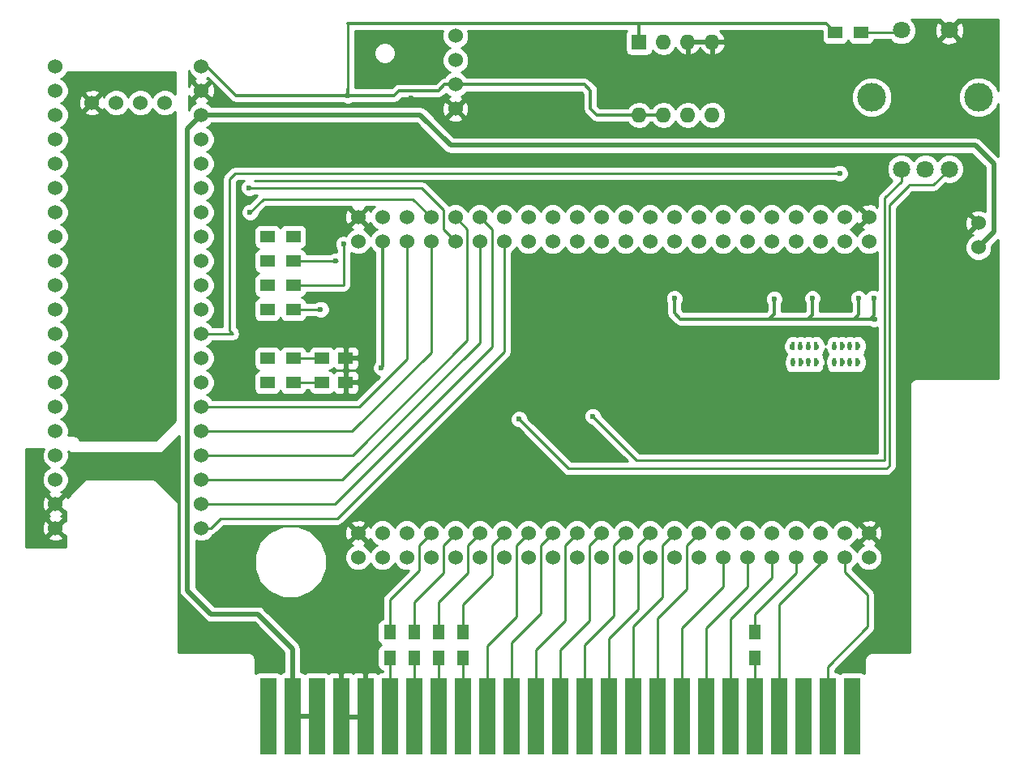
<source format=gbr>
G04 #@! TF.FileFunction,Copper,L2,Bot,Signal*
%FSLAX46Y46*%
G04 Gerber Fmt 4.6, Leading zero omitted, Abs format (unit mm)*
G04 Created by KiCad (PCBNEW 4.0.4-stable) date 01/08/17 23:41:58*
%MOMM*%
%LPD*%
G01*
G04 APERTURE LIST*
%ADD10C,0.100000*%
%ADD11C,1.524000*%
%ADD12R,1.800000X8.000000*%
%ADD13R,1.300000X1.500000*%
%ADD14R,1.500000X1.300000*%
%ADD15R,0.400000X0.900000*%
%ADD16C,1.800000*%
%ADD17C,3.000000*%
%ADD18R,1.500000X1.250000*%
%ADD19R,1.600000X1.600000*%
%ADD20O,1.600000X1.600000*%
%ADD21C,0.600000*%
%ADD22C,0.250000*%
%ADD23C,0.300000*%
%ADD24C,0.500000*%
%ADD25C,0.254000*%
G04 APERTURE END LIST*
D10*
D11*
X136398000Y-37465000D03*
X136398000Y-40005000D03*
X136398000Y-42545000D03*
X136398000Y-45085000D03*
D12*
X177789840Y-108557440D03*
X175249840Y-108557440D03*
X172709840Y-108557440D03*
X170169840Y-108557440D03*
X167629840Y-108557440D03*
X165089840Y-108557440D03*
X162549840Y-108557440D03*
X160009840Y-108557440D03*
X157469840Y-108557440D03*
X154929840Y-108557440D03*
X152389840Y-108557440D03*
X149849840Y-108557440D03*
X147309840Y-108557440D03*
X144769840Y-108557440D03*
X142229840Y-108557440D03*
X139689840Y-108557440D03*
X137149840Y-108557440D03*
X134609840Y-108557440D03*
X132069840Y-108557440D03*
X129529840Y-108557440D03*
X126989840Y-108557440D03*
X124449840Y-108557440D03*
X121909840Y-108557440D03*
X119369840Y-108557440D03*
X116829840Y-108557440D03*
D11*
X126238000Y-91948000D03*
X126238000Y-89408000D03*
X128778000Y-91948000D03*
X128778000Y-89408000D03*
X131318000Y-91948000D03*
X131318000Y-89408000D03*
X133858000Y-91948000D03*
X133858000Y-89408000D03*
X136398000Y-91948000D03*
X136398000Y-89408000D03*
X138938000Y-91948000D03*
X138938000Y-89408000D03*
X141478000Y-91948000D03*
X141478000Y-89408000D03*
X144018000Y-91948000D03*
X144018000Y-89408000D03*
X146558000Y-91948000D03*
X146558000Y-89408000D03*
X149098000Y-91948000D03*
X149098000Y-89408000D03*
X151638000Y-91948000D03*
X151638000Y-89408000D03*
X154178000Y-91948000D03*
X154178000Y-89408000D03*
X156718000Y-91948000D03*
X156718000Y-89408000D03*
X159258000Y-91948000D03*
X159258000Y-89408000D03*
X161798000Y-91948000D03*
X161798000Y-89408000D03*
X164338000Y-91948000D03*
X164338000Y-89408000D03*
X166878000Y-91948000D03*
X166878000Y-89408000D03*
X169418000Y-91948000D03*
X169418000Y-89408000D03*
X171958000Y-91948000D03*
X171958000Y-89408000D03*
X174498000Y-91948000D03*
X174498000Y-89408000D03*
X177038000Y-91948000D03*
X177038000Y-89408000D03*
X179578000Y-91948000D03*
X179578000Y-89408000D03*
X179578000Y-56388000D03*
X179578000Y-58928000D03*
X177038000Y-56388000D03*
X177038000Y-58928000D03*
X174498000Y-56388000D03*
X174498000Y-58928000D03*
X171958000Y-56388000D03*
X171958000Y-58928000D03*
X169418000Y-56388000D03*
X169418000Y-58928000D03*
X166878000Y-56388000D03*
X166878000Y-58928000D03*
X164338000Y-56388000D03*
X164338000Y-58928000D03*
X161798000Y-56388000D03*
X161798000Y-58928000D03*
X159258000Y-56388000D03*
X159258000Y-58928000D03*
X156718000Y-56388000D03*
X156718000Y-58928000D03*
X154178000Y-56388000D03*
X154178000Y-58928000D03*
X151638000Y-56388000D03*
X151638000Y-58928000D03*
X149098000Y-56388000D03*
X149098000Y-58928000D03*
X146558000Y-56388000D03*
X146558000Y-58928000D03*
X144018000Y-56388000D03*
X144018000Y-58928000D03*
X141478000Y-56388000D03*
X141478000Y-58928000D03*
X138938000Y-56388000D03*
X138938000Y-58928000D03*
X136398000Y-56388000D03*
X136398000Y-58928000D03*
X133858000Y-56388000D03*
X133858000Y-58928000D03*
X131318000Y-56388000D03*
X131318000Y-58928000D03*
X128778000Y-56388000D03*
X128778000Y-58928000D03*
X126238000Y-56388000D03*
X126238000Y-58928000D03*
X191008000Y-57023000D03*
X191008000Y-59563000D03*
X109855000Y-88900000D03*
X109855000Y-86360000D03*
X109855000Y-83820000D03*
X109855000Y-81280000D03*
X109855000Y-78740000D03*
X109855000Y-76200000D03*
X109855000Y-73660000D03*
X109855000Y-71120000D03*
X109855000Y-68580000D03*
X109855000Y-66040000D03*
X109855000Y-63500000D03*
X109855000Y-60960000D03*
X109855000Y-58420000D03*
X109855000Y-55880000D03*
X109855000Y-53340000D03*
X109855000Y-50800000D03*
X109855000Y-48260000D03*
X109855000Y-45720000D03*
X109855000Y-43180000D03*
X109855000Y-40640000D03*
X94615000Y-40640000D03*
X94615000Y-43180000D03*
X94615000Y-45720000D03*
X94615000Y-48260000D03*
X94615000Y-50800000D03*
X94615000Y-53340000D03*
X94615000Y-55880000D03*
X94615000Y-58420000D03*
X94615000Y-60960000D03*
X94615000Y-63500000D03*
X94615000Y-66040000D03*
X94615000Y-68580000D03*
X94615000Y-71120000D03*
X94615000Y-73660000D03*
X94615000Y-76200000D03*
X94615000Y-78740000D03*
X94615000Y-81280000D03*
X94615000Y-83820000D03*
X94615000Y-86360000D03*
X94615000Y-88900000D03*
X98425000Y-44450000D03*
X100965000Y-44450000D03*
X103505000Y-44450000D03*
X106045000Y-44450000D03*
D13*
X167640000Y-102442000D03*
X167640000Y-99742000D03*
X137160000Y-102442000D03*
X137160000Y-99742000D03*
X134620000Y-102442000D03*
X134620000Y-99742000D03*
X132080000Y-102442000D03*
X132080000Y-99742000D03*
X129540000Y-102442000D03*
X129540000Y-99742000D03*
D14*
X116760000Y-66040000D03*
X119460000Y-66040000D03*
X116760000Y-58420000D03*
X119460000Y-58420000D03*
X116760000Y-63500000D03*
X119460000Y-63500000D03*
X116760000Y-60960000D03*
X119460000Y-60960000D03*
D15*
X172447000Y-69889000D03*
X173247000Y-69889000D03*
X171647000Y-69889000D03*
X174047000Y-69889000D03*
X171647000Y-71589000D03*
X172447000Y-71589000D03*
X173247000Y-71589000D03*
X174047000Y-71589000D03*
X176765000Y-69889000D03*
X177565000Y-69889000D03*
X175965000Y-69889000D03*
X178365000Y-69889000D03*
X175965000Y-71589000D03*
X176765000Y-71589000D03*
X177565000Y-71589000D03*
X178365000Y-71589000D03*
D16*
X182970800Y-36865800D03*
X182970800Y-51365800D03*
X185470800Y-51365800D03*
X187970800Y-51365800D03*
X187970800Y-36865800D03*
D17*
X191070800Y-43865800D03*
X179870800Y-43865800D03*
D18*
X122448000Y-71120000D03*
X124948000Y-71120000D03*
X122448000Y-73660000D03*
X124948000Y-73660000D03*
D14*
X176069000Y-37084000D03*
X178769000Y-37084000D03*
X119460000Y-71120000D03*
X116760000Y-71120000D03*
X119460000Y-73660000D03*
X116760000Y-73660000D03*
D19*
X155575000Y-38100000D03*
D20*
X163195000Y-45720000D03*
X158115000Y-38100000D03*
X160655000Y-45720000D03*
X160655000Y-38100000D03*
X158115000Y-45720000D03*
X163195000Y-38100000D03*
X155575000Y-45720000D03*
D21*
X122478800Y-97739200D03*
X121310400Y-99110800D03*
X131829000Y-39643000D03*
X131749800Y-43967400D03*
X170027600Y-78079600D03*
X173672500Y-76530200D03*
X177546000Y-78257400D03*
X176085500Y-64858900D03*
X171284900Y-64833500D03*
X159232600Y-76530200D03*
X178435000Y-69850000D03*
X177609500Y-69850000D03*
X176771300Y-69888100D03*
X175958500Y-69913500D03*
X174117000Y-69913500D03*
X173228000Y-69913500D03*
X172402500Y-69913500D03*
X171577000Y-69913500D03*
X171640500Y-71589900D03*
X172453300Y-71564500D03*
X173266100Y-71501000D03*
X174066200Y-71539100D03*
X175971200Y-71526400D03*
X176784000Y-71526400D03*
X177596800Y-71539100D03*
X178447700Y-71564500D03*
X123901200Y-60960000D03*
X124714000Y-59207400D03*
X122326400Y-66040000D03*
X119460000Y-58420000D03*
X114960400Y-55880000D03*
X114871500Y-53314600D03*
X116760000Y-66040000D03*
X116624100Y-63588900D03*
X116738400Y-60934600D03*
X116878100Y-58420000D03*
X125171200Y-43662600D03*
X180162200Y-67030600D03*
X128625600Y-72136000D03*
X159258000Y-64909700D03*
X180073300Y-64846200D03*
X178485800Y-64871600D03*
X173672500Y-64871600D03*
X169684700Y-64935100D03*
X178790600Y-37211000D03*
X176530000Y-51816000D03*
X143052800Y-77520800D03*
X116760000Y-73660000D03*
X150723600Y-77190600D03*
X116760000Y-71120000D03*
D22*
X121208800Y-99009200D02*
X121310400Y-99110800D01*
X121208800Y-99009200D02*
X120091200Y-100126800D01*
X126238000Y-89408000D02*
X126085600Y-89408000D01*
X126085600Y-89408000D02*
X123393200Y-92100400D01*
X123393200Y-92100400D02*
X123393200Y-96824800D01*
X123393200Y-96824800D02*
X122478800Y-97739200D01*
X122478800Y-97739200D02*
X121208800Y-99009200D01*
X131826000Y-39649400D02*
X131826000Y-39646000D01*
X131826000Y-39646000D02*
X131829000Y-39643000D01*
X173672500Y-76530200D02*
X173672500Y-77711300D01*
X173304200Y-78079600D02*
X170027600Y-78079600D01*
X173672500Y-77711300D02*
X173304200Y-78079600D01*
X173672500Y-76530200D02*
X173672500Y-77812900D01*
X174117000Y-78257400D02*
X177546000Y-78257400D01*
X173672500Y-77812900D02*
X174117000Y-78257400D01*
X176085500Y-64846200D02*
X176085500Y-64858900D01*
X178435000Y-69850000D02*
X178396000Y-69889000D01*
X178396000Y-69889000D02*
X178365000Y-69889000D01*
X177609500Y-69850000D02*
X177628500Y-69869000D01*
X177628500Y-69869000D02*
X177628500Y-69889000D01*
X176771300Y-69888100D02*
X176770400Y-69889000D01*
X176770400Y-69889000D02*
X176765000Y-69889000D01*
X175958500Y-69913500D02*
X175965000Y-69907000D01*
X175965000Y-69907000D02*
X175965000Y-69825500D01*
X174117000Y-69913500D02*
X174092500Y-69889000D01*
X174092500Y-69889000D02*
X174047000Y-69889000D01*
X173228000Y-69913500D02*
X173247000Y-69894500D01*
X173247000Y-69894500D02*
X173247000Y-69889000D01*
X172402500Y-69913500D02*
X172427000Y-69889000D01*
X172427000Y-69889000D02*
X172447000Y-69889000D01*
X171577000Y-69913500D02*
X171601500Y-69889000D01*
X171601500Y-69889000D02*
X171647000Y-69889000D01*
X149098000Y-89408000D02*
X147828000Y-90678000D01*
X144769840Y-101610160D02*
X144769840Y-108557440D01*
X147828000Y-98552000D02*
X144769840Y-101610160D01*
X147828000Y-90678000D02*
X147828000Y-98552000D01*
X146558000Y-89408000D02*
X145288000Y-90678000D01*
X142229840Y-100848160D02*
X142229840Y-108557440D01*
X145288000Y-97790000D02*
X142229840Y-100848160D01*
X145288000Y-90678000D02*
X145288000Y-97790000D01*
X144018000Y-89408000D02*
X142748000Y-90678000D01*
X139689840Y-101229160D02*
X139689840Y-108557440D01*
X142748000Y-98171000D02*
X139689840Y-101229160D01*
X142748000Y-90678000D02*
X142748000Y-98171000D01*
X156718000Y-89408000D02*
X155448000Y-90678000D01*
X152389840Y-100467160D02*
X152389840Y-108557440D01*
X155448000Y-97409000D02*
X152389840Y-100467160D01*
X155448000Y-90678000D02*
X155448000Y-97409000D01*
X161798000Y-89408000D02*
X160528000Y-90678000D01*
X157469840Y-98308160D02*
X157469840Y-108557440D01*
X160528000Y-95250000D02*
X157469840Y-98308160D01*
X160528000Y-90678000D02*
X160528000Y-95250000D01*
X159258000Y-89408000D02*
X157988000Y-90678000D01*
X154929840Y-99197160D02*
X154929840Y-108557440D01*
X157988000Y-96139000D02*
X154929840Y-99197160D01*
X157988000Y-90678000D02*
X157988000Y-96139000D01*
X171640500Y-71589900D02*
X171641400Y-71589000D01*
X171641400Y-71589000D02*
X171647000Y-71589000D01*
X172453300Y-71564500D02*
X172447000Y-71570800D01*
X172447000Y-71570800D02*
X172447000Y-71589000D01*
X173266100Y-71501000D02*
X173247000Y-71520100D01*
X173247000Y-71520100D02*
X173247000Y-71589000D01*
X174066200Y-71539100D02*
X174047000Y-71558300D01*
X174047000Y-71558300D02*
X174047000Y-71589000D01*
X175971200Y-71526400D02*
X175965000Y-71532600D01*
X175965000Y-71532600D02*
X175965000Y-71589000D01*
X176784000Y-71526400D02*
X176765000Y-71545400D01*
X176765000Y-71545400D02*
X176765000Y-71589000D01*
X177596800Y-71539100D02*
X177565000Y-71570900D01*
X177565000Y-71570900D02*
X177565000Y-71589000D01*
X178447700Y-71564500D02*
X178423200Y-71589000D01*
X178423200Y-71589000D02*
X178365000Y-71589000D01*
X124104400Y-60960000D02*
X123901200Y-60960000D01*
X124104400Y-60960000D02*
X119460000Y-60960000D01*
X124714000Y-59207400D02*
X124714000Y-63500000D01*
X124714000Y-63500000D02*
X119460000Y-63500000D01*
X119460000Y-66040000D02*
X122326400Y-66040000D01*
X177038000Y-91948000D02*
X177038000Y-93472000D01*
X175249840Y-103388160D02*
X175249840Y-108557440D01*
X179451000Y-99187000D02*
X175249840Y-103388160D01*
X179451000Y-95885000D02*
X179451000Y-99187000D01*
X177038000Y-93472000D02*
X179451000Y-95885000D01*
X174498000Y-91948000D02*
X174498000Y-92583000D01*
X174498000Y-92583000D02*
X170169840Y-96911160D01*
X170169840Y-96911160D02*
X170169840Y-108557440D01*
X167629840Y-108557440D02*
X167629840Y-102452160D01*
X167629840Y-102452160D02*
X167640000Y-102442000D01*
X167513000Y-108440600D02*
X167629840Y-108557440D01*
X169418000Y-91948000D02*
X169418000Y-94107000D01*
X165089840Y-98435160D02*
X165089840Y-108557440D01*
X169418000Y-94107000D02*
X165089840Y-98435160D01*
X166878000Y-91948000D02*
X166878000Y-94996000D01*
X162549840Y-99324160D02*
X162549840Y-108557440D01*
X166878000Y-94996000D02*
X162549840Y-99324160D01*
X164338000Y-91948000D02*
X164338000Y-94996000D01*
X160009840Y-99324160D02*
X160009840Y-108557440D01*
X164338000Y-94996000D02*
X160009840Y-99324160D01*
X154178000Y-89408000D02*
X152908000Y-90678000D01*
X149849840Y-101102160D02*
X149849840Y-108557440D01*
X152908000Y-98044000D02*
X149849840Y-101102160D01*
X152908000Y-90678000D02*
X152908000Y-98044000D01*
X151638000Y-89408000D02*
X150368000Y-90678000D01*
X147309840Y-101610160D02*
X147309840Y-108557440D01*
X150368000Y-98552000D02*
X147309840Y-101610160D01*
X150368000Y-90678000D02*
X150368000Y-98552000D01*
X137149840Y-108557440D02*
X137149840Y-102452160D01*
X137149840Y-102452160D02*
X137160000Y-102442000D01*
X137149840Y-102452160D02*
X137160000Y-102442000D01*
X134620000Y-102442000D02*
X134620000Y-108547280D01*
X134620000Y-108547280D02*
X134609840Y-108557440D01*
X132080000Y-102442000D02*
X132080000Y-108547280D01*
X132080000Y-108547280D02*
X132069840Y-108557440D01*
X129413000Y-102442000D02*
X129540000Y-102489000D01*
X129540000Y-102489000D02*
X129529840Y-108557440D01*
X109855000Y-88900000D02*
X110845600Y-88900000D01*
X111887000Y-87858600D02*
X124104400Y-87858600D01*
X110845600Y-88900000D02*
X111887000Y-87858600D01*
X141478000Y-70485000D02*
X141478000Y-58928000D01*
X124104400Y-87858600D02*
X141478000Y-70485000D01*
X109855000Y-86360000D02*
X123799600Y-86360000D01*
X140208000Y-57658000D02*
X138938000Y-56388000D01*
X140208000Y-69951600D02*
X140208000Y-57658000D01*
X123799600Y-86360000D02*
X140208000Y-69951600D01*
X109855000Y-83820000D02*
X124612400Y-83820000D01*
X138938000Y-69494400D02*
X138938000Y-58928000D01*
X124612400Y-83820000D02*
X138938000Y-69494400D01*
X109855000Y-81280000D02*
X125653800Y-81280000D01*
X137642600Y-57632600D02*
X136398000Y-56388000D01*
X137642600Y-69291200D02*
X137642600Y-57632600D01*
X125653800Y-81280000D02*
X137642600Y-69291200D01*
X114960400Y-55880000D02*
X116332000Y-54508400D01*
X131978400Y-54508400D02*
X133858000Y-56388000D01*
X116332000Y-54508400D02*
X131826000Y-54508400D01*
X131826000Y-54508400D02*
X131978400Y-54508400D01*
X136398000Y-58928000D02*
X136398000Y-58915300D01*
X136398000Y-58915300D02*
X135115300Y-57632600D01*
X114896900Y-53340000D02*
X114871500Y-53314600D01*
X132854700Y-53340000D02*
X114896900Y-53340000D01*
X135115300Y-55600600D02*
X132854700Y-53340000D01*
X135115300Y-57632600D02*
X135115300Y-55600600D01*
X116624100Y-63588900D02*
X116713000Y-63500000D01*
X116713000Y-63500000D02*
X116760000Y-63500000D01*
X116738400Y-60934600D02*
X116760000Y-60956200D01*
X116760000Y-60956200D02*
X116760000Y-60960000D01*
X116878100Y-58420000D02*
X116760000Y-58420000D01*
X133858000Y-89408000D02*
X132588000Y-90678000D01*
X129540000Y-96393000D02*
X129540000Y-99742000D01*
X132588000Y-93345000D02*
X129540000Y-96393000D01*
X132588000Y-90678000D02*
X132588000Y-93345000D01*
X136398000Y-89408000D02*
X135128000Y-90678000D01*
X132080000Y-96647000D02*
X132080000Y-99742000D01*
X135128000Y-93599000D02*
X132080000Y-96647000D01*
X135128000Y-90678000D02*
X135128000Y-93599000D01*
X138938000Y-89408000D02*
X137668000Y-90678000D01*
X134620000Y-96647000D02*
X134620000Y-99742000D01*
X137668000Y-93599000D02*
X134620000Y-96647000D01*
X137668000Y-90678000D02*
X137668000Y-93599000D01*
X141478000Y-89408000D02*
X140208000Y-90678000D01*
X137160000Y-96901000D02*
X137160000Y-99742000D01*
X140208000Y-93853000D02*
X137160000Y-96901000D01*
X140208000Y-90678000D02*
X140208000Y-93853000D01*
X171958000Y-91948000D02*
X171958000Y-93599000D01*
X167640000Y-97917000D02*
X167640000Y-99742000D01*
X171958000Y-93599000D02*
X167640000Y-97917000D01*
D23*
X136398000Y-42545000D02*
X149860000Y-42545000D01*
X151130000Y-45720000D02*
X155575000Y-45720000D01*
X150495000Y-45085000D02*
X151130000Y-45720000D01*
X150495000Y-43180000D02*
X150495000Y-45085000D01*
X149860000Y-42545000D02*
X150495000Y-43180000D01*
X125171200Y-43662600D02*
X130022600Y-43662600D01*
X135255000Y-42545000D02*
X136398000Y-42545000D01*
X134620000Y-43180000D02*
X135255000Y-42545000D01*
X130505200Y-43180000D02*
X134620000Y-43180000D01*
X130022600Y-43662600D02*
X130505200Y-43180000D01*
X155575000Y-38100000D02*
X155575000Y-36144200D01*
X155575000Y-36144200D02*
X155575000Y-36195000D01*
X155575000Y-36195000D02*
X155575000Y-36144200D01*
X155575000Y-45720000D02*
X158115000Y-45720000D01*
X94615000Y-83820000D02*
X94767400Y-83820000D01*
X125171200Y-43662600D02*
X125171200Y-43002200D01*
X109855000Y-40640000D02*
X110439200Y-40640000D01*
X110439200Y-40640000D02*
X113461800Y-43662600D01*
X113461800Y-43662600D02*
X125171200Y-43662600D01*
X144881600Y-36144200D02*
X151765000Y-36144200D01*
X151765000Y-36144200D02*
X155575000Y-36144200D01*
X155575000Y-36144200D02*
X175129200Y-36144200D01*
X175129200Y-36144200D02*
X176069000Y-37084000D01*
X125171200Y-36144200D02*
X144881600Y-36144200D01*
D22*
X125171200Y-43002200D02*
X125171200Y-36144200D01*
X125171200Y-43256200D02*
X125171200Y-43002200D01*
D23*
X179679600Y-67030600D02*
X180162200Y-67030600D01*
X128625600Y-72136000D02*
X128778000Y-71983600D01*
X128778000Y-71983600D02*
X128778000Y-58928000D01*
X128778000Y-91846400D02*
X128778000Y-91948000D01*
X109855000Y-40640000D02*
X109855000Y-40614600D01*
X169684700Y-64935100D02*
X169684700Y-66497200D01*
X169684700Y-66497200D02*
X169151300Y-67030600D01*
X169151300Y-67030600D02*
X169151300Y-66992500D01*
X173672500Y-64871600D02*
X173672500Y-66586100D01*
X173672500Y-66586100D02*
X173228000Y-67030600D01*
X178485800Y-64871600D02*
X178485800Y-66548000D01*
X178485800Y-66548000D02*
X178003200Y-67030600D01*
X178003200Y-67030600D02*
X177952400Y-67030600D01*
X159258000Y-64909700D02*
X159258000Y-66395600D01*
X159258000Y-66395600D02*
X159893000Y-67030600D01*
X159893000Y-67030600D02*
X169062400Y-67030600D01*
X169062400Y-67030600D02*
X179679600Y-67030600D01*
X179679600Y-67030600D02*
X179705000Y-67030600D01*
X179705000Y-67030600D02*
X180073300Y-66662300D01*
X180073300Y-66662300D02*
X180073300Y-64846200D01*
X160528000Y-67030600D02*
X159893000Y-67030600D01*
D22*
X169151300Y-67030600D02*
X160985200Y-67030600D01*
X160985200Y-67030600D02*
X160528000Y-67030600D01*
D23*
X159893000Y-67030600D02*
X159258000Y-66395600D01*
D22*
X177952400Y-67030600D02*
X179705000Y-67030600D01*
X180073300Y-66662300D02*
X180073300Y-64846200D01*
X179705000Y-67030600D02*
X180073300Y-66662300D01*
X173228000Y-67030600D02*
X177952400Y-67030600D01*
X177952400Y-67030600D02*
X178003200Y-67030600D01*
X178003200Y-67030600D02*
X178485800Y-66548000D01*
X169151300Y-67030600D02*
X173228000Y-67030600D01*
X173228000Y-67030600D02*
X173672500Y-66586100D01*
X169151300Y-67030600D02*
X169684700Y-66497200D01*
X178790600Y-37211000D02*
X178769000Y-37189400D01*
X178769000Y-37189400D02*
X178769000Y-37084000D01*
X109855000Y-68580000D02*
X113157000Y-68580000D01*
X113411000Y-51816000D02*
X176530000Y-51816000D01*
X112826800Y-52400200D02*
X113411000Y-51816000D01*
X112826800Y-68249800D02*
X112826800Y-52400200D01*
X113157000Y-68580000D02*
X112826800Y-68249800D01*
X178769000Y-37084000D02*
X182752600Y-37084000D01*
X182752600Y-37084000D02*
X182970800Y-36865800D01*
X119460000Y-71120000D02*
X122448000Y-71120000D01*
X119460000Y-73660000D02*
X122448000Y-73660000D01*
X109855000Y-76200000D02*
X126365000Y-76200000D01*
X131318000Y-71247000D02*
X131318000Y-58928000D01*
X126365000Y-76200000D02*
X131318000Y-71247000D01*
X109855000Y-78740000D02*
X125628400Y-78740000D01*
X133858000Y-70510400D02*
X133858000Y-58928000D01*
X125628400Y-78740000D02*
X133858000Y-70510400D01*
X183743600Y-53009800D02*
X183743600Y-53060600D01*
X187970800Y-51365800D02*
X186326800Y-53009800D01*
X183743600Y-53009800D02*
X186326800Y-53009800D01*
X181686200Y-55118000D02*
X181686200Y-82372200D01*
X183743600Y-53060600D02*
X181686200Y-55118000D01*
X181686200Y-82372200D02*
X181381400Y-82677000D01*
X181381400Y-82677000D02*
X148209000Y-82677000D01*
X143052800Y-77520800D02*
X148209000Y-82677000D01*
X187970800Y-51365800D02*
X187970800Y-51805200D01*
X187970800Y-51365800D02*
X187970800Y-52135400D01*
X182970800Y-51365800D02*
X182970800Y-52665000D01*
X181229000Y-54406800D02*
X181229000Y-81762600D01*
X182970800Y-52665000D02*
X181229000Y-54406800D01*
X150723600Y-77190600D02*
X155295600Y-81762600D01*
X181229000Y-81762600D02*
X155295600Y-81762600D01*
D24*
X132080000Y-45720000D02*
X132715000Y-45720000D01*
X135890000Y-48895000D02*
X190677800Y-48895000D01*
X132715000Y-45720000D02*
X135890000Y-48895000D01*
X112598200Y-45720000D02*
X132080000Y-45720000D01*
X132080000Y-45720000D02*
X132334000Y-45720000D01*
X132334000Y-45720000D02*
X132359400Y-45694600D01*
X119369840Y-108557440D02*
X121909840Y-108557440D01*
X190677800Y-48895000D02*
X192608200Y-50825400D01*
X192608200Y-50825400D02*
X192608200Y-57962800D01*
X192608200Y-57962800D02*
X191008000Y-59563000D01*
X119369840Y-108557440D02*
X119369840Y-101488240D01*
X108407200Y-47167800D02*
X109855000Y-45720000D01*
X108407200Y-95427800D02*
X108407200Y-47167800D01*
X110871000Y-97891600D02*
X108407200Y-95427800D01*
X115773200Y-97891600D02*
X110871000Y-97891600D01*
X119369840Y-101488240D02*
X115773200Y-97891600D01*
X112801400Y-45720000D02*
X112598200Y-45720000D01*
X112598200Y-45720000D02*
X109855000Y-45720000D01*
D25*
G36*
X132334000Y-46605001D02*
X132334005Y-46605000D01*
X132348420Y-46605000D01*
X135264208Y-49520787D01*
X135264210Y-49520790D01*
X135551325Y-49712633D01*
X135607516Y-49723810D01*
X135890000Y-49780001D01*
X135890005Y-49780000D01*
X190311220Y-49780000D01*
X191723200Y-51191979D01*
X191723200Y-55794915D01*
X191215698Y-55613856D01*
X190660632Y-55641638D01*
X190276857Y-55800603D01*
X190207392Y-56042787D01*
X191008000Y-56843395D01*
X191022143Y-56829253D01*
X191201748Y-57008858D01*
X191187605Y-57023000D01*
X191201748Y-57037143D01*
X191022143Y-57216748D01*
X191008000Y-57202605D01*
X190207392Y-58003213D01*
X190276857Y-58245397D01*
X190417318Y-58295509D01*
X190217697Y-58377990D01*
X189824371Y-58770630D01*
X189611243Y-59283900D01*
X189610758Y-59839661D01*
X189822990Y-60353303D01*
X190215630Y-60746629D01*
X190728900Y-60959757D01*
X191284661Y-60960242D01*
X191798303Y-60748010D01*
X192191629Y-60355370D01*
X192404757Y-59842100D01*
X192405128Y-59417452D01*
X193092000Y-58730579D01*
X193092000Y-73280200D01*
X184505600Y-73280200D01*
X184233895Y-73334246D01*
X184003554Y-73488154D01*
X183849646Y-73718495D01*
X183795600Y-73990200D01*
X183795600Y-101906000D01*
X179832000Y-101906000D01*
X179560295Y-101960046D01*
X179329954Y-102113954D01*
X179176046Y-102344295D01*
X179122000Y-102616000D01*
X179122000Y-104084182D01*
X178941730Y-103961009D01*
X178689840Y-103910000D01*
X176889840Y-103910000D01*
X176654523Y-103954278D01*
X176519263Y-104041316D01*
X176401730Y-103961009D01*
X176149840Y-103910000D01*
X176009840Y-103910000D01*
X176009840Y-103702962D01*
X179988401Y-99724401D01*
X180153148Y-99477840D01*
X180162746Y-99429586D01*
X180211000Y-99187000D01*
X180211000Y-95885000D01*
X180187424Y-95766475D01*
X180153148Y-95594160D01*
X179988401Y-95347599D01*
X177798000Y-93157198D01*
X177798000Y-93145531D01*
X177828303Y-93133010D01*
X178221629Y-92740370D01*
X178307949Y-92532488D01*
X178392990Y-92738303D01*
X178785630Y-93131629D01*
X179298900Y-93344757D01*
X179854661Y-93345242D01*
X180368303Y-93133010D01*
X180761629Y-92740370D01*
X180974757Y-92227100D01*
X180975242Y-91671339D01*
X180763010Y-91157697D01*
X180370370Y-90764371D01*
X180178273Y-90684605D01*
X180309143Y-90630397D01*
X180378608Y-90388213D01*
X179578000Y-89587605D01*
X178777392Y-90388213D01*
X178846857Y-90630397D01*
X178987318Y-90680509D01*
X178787697Y-90762990D01*
X178394371Y-91155630D01*
X178308051Y-91363512D01*
X178223010Y-91157697D01*
X177830370Y-90764371D01*
X177622488Y-90678051D01*
X177828303Y-90593010D01*
X178221629Y-90200370D01*
X178301395Y-90008273D01*
X178355603Y-90139143D01*
X178597787Y-90208608D01*
X179398395Y-89408000D01*
X179757605Y-89408000D01*
X180558213Y-90208608D01*
X180800397Y-90139143D01*
X180987144Y-89615698D01*
X180959362Y-89060632D01*
X180800397Y-88676857D01*
X180558213Y-88607392D01*
X179757605Y-89408000D01*
X179398395Y-89408000D01*
X178597787Y-88607392D01*
X178355603Y-88676857D01*
X178305491Y-88817318D01*
X178223010Y-88617697D01*
X178033432Y-88427787D01*
X178777392Y-88427787D01*
X179578000Y-89228395D01*
X180378608Y-88427787D01*
X180309143Y-88185603D01*
X179785698Y-87998856D01*
X179230632Y-88026638D01*
X178846857Y-88185603D01*
X178777392Y-88427787D01*
X178033432Y-88427787D01*
X177830370Y-88224371D01*
X177317100Y-88011243D01*
X176761339Y-88010758D01*
X176247697Y-88222990D01*
X175854371Y-88615630D01*
X175768051Y-88823512D01*
X175683010Y-88617697D01*
X175290370Y-88224371D01*
X174777100Y-88011243D01*
X174221339Y-88010758D01*
X173707697Y-88222990D01*
X173314371Y-88615630D01*
X173228051Y-88823512D01*
X173143010Y-88617697D01*
X172750370Y-88224371D01*
X172237100Y-88011243D01*
X171681339Y-88010758D01*
X171167697Y-88222990D01*
X170774371Y-88615630D01*
X170688051Y-88823512D01*
X170603010Y-88617697D01*
X170210370Y-88224371D01*
X169697100Y-88011243D01*
X169141339Y-88010758D01*
X168627697Y-88222990D01*
X168234371Y-88615630D01*
X168148051Y-88823512D01*
X168063010Y-88617697D01*
X167670370Y-88224371D01*
X167157100Y-88011243D01*
X166601339Y-88010758D01*
X166087697Y-88222990D01*
X165694371Y-88615630D01*
X165608051Y-88823512D01*
X165523010Y-88617697D01*
X165130370Y-88224371D01*
X164617100Y-88011243D01*
X164061339Y-88010758D01*
X163547697Y-88222990D01*
X163154371Y-88615630D01*
X163068051Y-88823512D01*
X162983010Y-88617697D01*
X162590370Y-88224371D01*
X162077100Y-88011243D01*
X161521339Y-88010758D01*
X161007697Y-88222990D01*
X160614371Y-88615630D01*
X160528051Y-88823512D01*
X160443010Y-88617697D01*
X160050370Y-88224371D01*
X159537100Y-88011243D01*
X158981339Y-88010758D01*
X158467697Y-88222990D01*
X158074371Y-88615630D01*
X157988051Y-88823512D01*
X157903010Y-88617697D01*
X157510370Y-88224371D01*
X156997100Y-88011243D01*
X156441339Y-88010758D01*
X155927697Y-88222990D01*
X155534371Y-88615630D01*
X155448051Y-88823512D01*
X155363010Y-88617697D01*
X154970370Y-88224371D01*
X154457100Y-88011243D01*
X153901339Y-88010758D01*
X153387697Y-88222990D01*
X152994371Y-88615630D01*
X152908051Y-88823512D01*
X152823010Y-88617697D01*
X152430370Y-88224371D01*
X151917100Y-88011243D01*
X151361339Y-88010758D01*
X150847697Y-88222990D01*
X150454371Y-88615630D01*
X150368051Y-88823512D01*
X150283010Y-88617697D01*
X149890370Y-88224371D01*
X149377100Y-88011243D01*
X148821339Y-88010758D01*
X148307697Y-88222990D01*
X147914371Y-88615630D01*
X147828051Y-88823512D01*
X147743010Y-88617697D01*
X147350370Y-88224371D01*
X146837100Y-88011243D01*
X146281339Y-88010758D01*
X145767697Y-88222990D01*
X145374371Y-88615630D01*
X145288051Y-88823512D01*
X145203010Y-88617697D01*
X144810370Y-88224371D01*
X144297100Y-88011243D01*
X143741339Y-88010758D01*
X143227697Y-88222990D01*
X142834371Y-88615630D01*
X142748051Y-88823512D01*
X142663010Y-88617697D01*
X142270370Y-88224371D01*
X141757100Y-88011243D01*
X141201339Y-88010758D01*
X140687697Y-88222990D01*
X140294371Y-88615630D01*
X140208051Y-88823512D01*
X140123010Y-88617697D01*
X139730370Y-88224371D01*
X139217100Y-88011243D01*
X138661339Y-88010758D01*
X138147697Y-88222990D01*
X137754371Y-88615630D01*
X137668051Y-88823512D01*
X137583010Y-88617697D01*
X137190370Y-88224371D01*
X136677100Y-88011243D01*
X136121339Y-88010758D01*
X135607697Y-88222990D01*
X135214371Y-88615630D01*
X135128051Y-88823512D01*
X135043010Y-88617697D01*
X134650370Y-88224371D01*
X134137100Y-88011243D01*
X133581339Y-88010758D01*
X133067697Y-88222990D01*
X132674371Y-88615630D01*
X132588051Y-88823512D01*
X132503010Y-88617697D01*
X132110370Y-88224371D01*
X131597100Y-88011243D01*
X131041339Y-88010758D01*
X130527697Y-88222990D01*
X130134371Y-88615630D01*
X130048051Y-88823512D01*
X129963010Y-88617697D01*
X129570370Y-88224371D01*
X129057100Y-88011243D01*
X128501339Y-88010758D01*
X127987697Y-88222990D01*
X127594371Y-88615630D01*
X127514605Y-88807727D01*
X127460397Y-88676857D01*
X127218213Y-88607392D01*
X126417605Y-89408000D01*
X127218213Y-90208608D01*
X127460397Y-90139143D01*
X127510509Y-89998682D01*
X127592990Y-90198303D01*
X127985630Y-90591629D01*
X128193512Y-90677949D01*
X127987697Y-90762990D01*
X127594371Y-91155630D01*
X127508051Y-91363512D01*
X127423010Y-91157697D01*
X127030370Y-90764371D01*
X126838273Y-90684605D01*
X126969143Y-90630397D01*
X127038608Y-90388213D01*
X126238000Y-89587605D01*
X125437392Y-90388213D01*
X125506857Y-90630397D01*
X125647318Y-90680509D01*
X125447697Y-90762990D01*
X125054371Y-91155630D01*
X124841243Y-91668900D01*
X124840758Y-92224661D01*
X125052990Y-92738303D01*
X125445630Y-93131629D01*
X125958900Y-93344757D01*
X126514661Y-93345242D01*
X127028303Y-93133010D01*
X127421629Y-92740370D01*
X127507949Y-92532488D01*
X127592990Y-92738303D01*
X127985630Y-93131629D01*
X128498900Y-93344757D01*
X129054661Y-93345242D01*
X129568303Y-93133010D01*
X129961629Y-92740370D01*
X130047949Y-92532488D01*
X130132990Y-92738303D01*
X130525630Y-93131629D01*
X131038900Y-93344757D01*
X131513027Y-93345171D01*
X129002599Y-95855599D01*
X128837852Y-96102161D01*
X128780000Y-96393000D01*
X128780000Y-98365258D01*
X128654683Y-98388838D01*
X128438559Y-98527910D01*
X128293569Y-98740110D01*
X128242560Y-98992000D01*
X128242560Y-100492000D01*
X128286838Y-100727317D01*
X128425910Y-100943441D01*
X128638110Y-101088431D01*
X128651197Y-101091081D01*
X128438559Y-101227910D01*
X128293569Y-101440110D01*
X128242560Y-101692000D01*
X128242560Y-103192000D01*
X128286838Y-103427317D01*
X128425910Y-103643441D01*
X128638110Y-103788431D01*
X128777776Y-103816714D01*
X128777620Y-103910000D01*
X128629840Y-103910000D01*
X128394523Y-103954278D01*
X128266855Y-104036430D01*
X128249538Y-104019113D01*
X128016149Y-103922440D01*
X127275590Y-103922440D01*
X127116840Y-104081190D01*
X127116840Y-108430440D01*
X127136840Y-108430440D01*
X127136840Y-108684440D01*
X127116840Y-108684440D01*
X127116840Y-108704440D01*
X126862840Y-108704440D01*
X126862840Y-108684440D01*
X124576840Y-108684440D01*
X124576840Y-108704440D01*
X124322840Y-108704440D01*
X124322840Y-108684440D01*
X124302840Y-108684440D01*
X124302840Y-108430440D01*
X124322840Y-108430440D01*
X124322840Y-104081190D01*
X124576840Y-104081190D01*
X124576840Y-108430440D01*
X126862840Y-108430440D01*
X126862840Y-104081190D01*
X126704090Y-103922440D01*
X125963531Y-103922440D01*
X125730142Y-104019113D01*
X125719840Y-104029415D01*
X125709538Y-104019113D01*
X125476149Y-103922440D01*
X124735590Y-103922440D01*
X124576840Y-104081190D01*
X124322840Y-104081190D01*
X124164090Y-103922440D01*
X123423531Y-103922440D01*
X123190142Y-104019113D01*
X123172536Y-104036719D01*
X123061730Y-103961009D01*
X122809840Y-103910000D01*
X121009840Y-103910000D01*
X120774523Y-103954278D01*
X120639263Y-104041316D01*
X120521730Y-103961009D01*
X120269840Y-103910000D01*
X120254840Y-103910000D01*
X120254840Y-101488245D01*
X120254841Y-101488240D01*
X120187473Y-101149566D01*
X120187473Y-101149565D01*
X119995630Y-100862450D01*
X119995627Y-100862448D01*
X116398990Y-97265810D01*
X116379218Y-97252599D01*
X116111875Y-97073967D01*
X116055684Y-97062790D01*
X115773200Y-97006599D01*
X115773195Y-97006600D01*
X111237579Y-97006600D01*
X109292200Y-95061220D01*
X109292200Y-93173516D01*
X115396606Y-93173516D01*
X115970408Y-94562224D01*
X117031968Y-95625638D01*
X118419672Y-96201863D01*
X119922256Y-96203174D01*
X121310964Y-95629372D01*
X122374378Y-94567812D01*
X122950603Y-93180108D01*
X122951914Y-91677524D01*
X122378112Y-90288816D01*
X121316552Y-89225402D01*
X121256105Y-89200302D01*
X124828856Y-89200302D01*
X124856638Y-89755368D01*
X125015603Y-90139143D01*
X125257787Y-90208608D01*
X126058395Y-89408000D01*
X125257787Y-88607392D01*
X125015603Y-88676857D01*
X124828856Y-89200302D01*
X121256105Y-89200302D01*
X119928848Y-88649177D01*
X118426264Y-88647866D01*
X117037556Y-89221668D01*
X115974142Y-90283228D01*
X115397917Y-91670932D01*
X115396606Y-93173516D01*
X109292200Y-93173516D01*
X109292200Y-90178955D01*
X109575900Y-90296757D01*
X110131661Y-90297242D01*
X110645303Y-90085010D01*
X111038629Y-89692370D01*
X111070659Y-89615233D01*
X111136439Y-89602148D01*
X111383001Y-89437401D01*
X112201802Y-88618600D01*
X124104400Y-88618600D01*
X124395239Y-88560748D01*
X124594229Y-88427787D01*
X125437392Y-88427787D01*
X126238000Y-89228395D01*
X127038608Y-88427787D01*
X126969143Y-88185603D01*
X126445698Y-87998856D01*
X125890632Y-88026638D01*
X125506857Y-88185603D01*
X125437392Y-88427787D01*
X124594229Y-88427787D01*
X124641801Y-88396001D01*
X142015401Y-71022401D01*
X142180148Y-70775839D01*
X142238000Y-70485000D01*
X142238000Y-70098667D01*
X170641838Y-70098667D01*
X170783883Y-70442443D01*
X170827187Y-70485822D01*
X170843838Y-70574317D01*
X170950759Y-70740477D01*
X170850569Y-70887110D01*
X170799560Y-71139000D01*
X170799560Y-71176971D01*
X170705662Y-71403101D01*
X170705338Y-71775067D01*
X170799560Y-72003102D01*
X170799560Y-72039000D01*
X170843838Y-72274317D01*
X170982910Y-72490441D01*
X171195110Y-72635431D01*
X171447000Y-72686440D01*
X171847000Y-72686440D01*
X172054342Y-72647426D01*
X172247000Y-72686440D01*
X172647000Y-72686440D01*
X172854342Y-72647426D01*
X173047000Y-72686440D01*
X173447000Y-72686440D01*
X173654342Y-72647426D01*
X173847000Y-72686440D01*
X174247000Y-72686440D01*
X174482317Y-72642162D01*
X174698441Y-72503090D01*
X174843431Y-72290890D01*
X174894440Y-72039000D01*
X174894440Y-71982614D01*
X175001038Y-71725899D01*
X175001362Y-71353933D01*
X174879294Y-71058504D01*
X174850162Y-70903683D01*
X174743241Y-70737523D01*
X174843431Y-70590890D01*
X174864096Y-70488845D01*
X174909192Y-70443827D01*
X175037891Y-70133887D01*
X175117560Y-70326702D01*
X175117560Y-70339000D01*
X175161838Y-70574317D01*
X175268759Y-70740477D01*
X175168569Y-70887110D01*
X175117560Y-71139000D01*
X175117560Y-71144055D01*
X175036362Y-71339601D01*
X175036038Y-71711567D01*
X175117560Y-71908866D01*
X175117560Y-72039000D01*
X175161838Y-72274317D01*
X175300910Y-72490441D01*
X175513110Y-72635431D01*
X175765000Y-72686440D01*
X176165000Y-72686440D01*
X176372342Y-72647426D01*
X176565000Y-72686440D01*
X176965000Y-72686440D01*
X177172342Y-72647426D01*
X177365000Y-72686440D01*
X177765000Y-72686440D01*
X177972342Y-72647426D01*
X178165000Y-72686440D01*
X178565000Y-72686440D01*
X178800317Y-72642162D01*
X179016441Y-72503090D01*
X179161431Y-72290890D01*
X179191315Y-72143320D01*
X179239892Y-72094827D01*
X179382538Y-71751299D01*
X179382862Y-71379333D01*
X179240817Y-71035557D01*
X179181864Y-70976501D01*
X179168162Y-70903683D01*
X179061241Y-70737523D01*
X179161431Y-70590890D01*
X179198213Y-70409256D01*
X179227192Y-70380327D01*
X179369838Y-70036799D01*
X179370162Y-69664833D01*
X179228117Y-69321057D01*
X179181451Y-69274310D01*
X179168162Y-69203683D01*
X179029090Y-68987559D01*
X178816890Y-68842569D01*
X178565000Y-68791560D01*
X178165000Y-68791560D01*
X177957658Y-68830574D01*
X177765000Y-68791560D01*
X177365000Y-68791560D01*
X177157658Y-68830574D01*
X176965000Y-68791560D01*
X176565000Y-68791560D01*
X176357658Y-68830574D01*
X176165000Y-68791560D01*
X175765000Y-68791560D01*
X175529683Y-68835838D01*
X175313559Y-68974910D01*
X175168569Y-69187110D01*
X175117560Y-69439000D01*
X175117560Y-69500571D01*
X175037609Y-69693113D01*
X174910117Y-69384557D01*
X174878175Y-69352559D01*
X174850162Y-69203683D01*
X174711090Y-68987559D01*
X174498890Y-68842569D01*
X174247000Y-68791560D01*
X173847000Y-68791560D01*
X173639658Y-68830574D01*
X173447000Y-68791560D01*
X173047000Y-68791560D01*
X172839658Y-68830574D01*
X172647000Y-68791560D01*
X172247000Y-68791560D01*
X172039658Y-68830574D01*
X171847000Y-68791560D01*
X171447000Y-68791560D01*
X171211683Y-68835838D01*
X170995559Y-68974910D01*
X170850569Y-69187110D01*
X170817467Y-69350571D01*
X170784808Y-69383173D01*
X170642162Y-69726701D01*
X170641838Y-70098667D01*
X142238000Y-70098667D01*
X142238000Y-60125531D01*
X142268303Y-60113010D01*
X142661629Y-59720370D01*
X142747949Y-59512488D01*
X142832990Y-59718303D01*
X143225630Y-60111629D01*
X143738900Y-60324757D01*
X144294661Y-60325242D01*
X144808303Y-60113010D01*
X145201629Y-59720370D01*
X145287949Y-59512488D01*
X145372990Y-59718303D01*
X145765630Y-60111629D01*
X146278900Y-60324757D01*
X146834661Y-60325242D01*
X147348303Y-60113010D01*
X147741629Y-59720370D01*
X147827949Y-59512488D01*
X147912990Y-59718303D01*
X148305630Y-60111629D01*
X148818900Y-60324757D01*
X149374661Y-60325242D01*
X149888303Y-60113010D01*
X150281629Y-59720370D01*
X150367949Y-59512488D01*
X150452990Y-59718303D01*
X150845630Y-60111629D01*
X151358900Y-60324757D01*
X151914661Y-60325242D01*
X152428303Y-60113010D01*
X152821629Y-59720370D01*
X152907949Y-59512488D01*
X152992990Y-59718303D01*
X153385630Y-60111629D01*
X153898900Y-60324757D01*
X154454661Y-60325242D01*
X154968303Y-60113010D01*
X155361629Y-59720370D01*
X155447949Y-59512488D01*
X155532990Y-59718303D01*
X155925630Y-60111629D01*
X156438900Y-60324757D01*
X156994661Y-60325242D01*
X157508303Y-60113010D01*
X157901629Y-59720370D01*
X157987949Y-59512488D01*
X158072990Y-59718303D01*
X158465630Y-60111629D01*
X158978900Y-60324757D01*
X159534661Y-60325242D01*
X160048303Y-60113010D01*
X160441629Y-59720370D01*
X160527949Y-59512488D01*
X160612990Y-59718303D01*
X161005630Y-60111629D01*
X161518900Y-60324757D01*
X162074661Y-60325242D01*
X162588303Y-60113010D01*
X162981629Y-59720370D01*
X163067949Y-59512488D01*
X163152990Y-59718303D01*
X163545630Y-60111629D01*
X164058900Y-60324757D01*
X164614661Y-60325242D01*
X165128303Y-60113010D01*
X165521629Y-59720370D01*
X165607949Y-59512488D01*
X165692990Y-59718303D01*
X166085630Y-60111629D01*
X166598900Y-60324757D01*
X167154661Y-60325242D01*
X167668303Y-60113010D01*
X168061629Y-59720370D01*
X168147949Y-59512488D01*
X168232990Y-59718303D01*
X168625630Y-60111629D01*
X169138900Y-60324757D01*
X169694661Y-60325242D01*
X170208303Y-60113010D01*
X170601629Y-59720370D01*
X170687949Y-59512488D01*
X170772990Y-59718303D01*
X171165630Y-60111629D01*
X171678900Y-60324757D01*
X172234661Y-60325242D01*
X172748303Y-60113010D01*
X173141629Y-59720370D01*
X173227949Y-59512488D01*
X173312990Y-59718303D01*
X173705630Y-60111629D01*
X174218900Y-60324757D01*
X174774661Y-60325242D01*
X175288303Y-60113010D01*
X175681629Y-59720370D01*
X175767949Y-59512488D01*
X175852990Y-59718303D01*
X176245630Y-60111629D01*
X176758900Y-60324757D01*
X177314661Y-60325242D01*
X177828303Y-60113010D01*
X178221629Y-59720370D01*
X178307949Y-59512488D01*
X178392990Y-59718303D01*
X178785630Y-60111629D01*
X179298900Y-60324757D01*
X179854661Y-60325242D01*
X180368303Y-60113010D01*
X180469000Y-60012489D01*
X180469000Y-63998106D01*
X180260099Y-63911362D01*
X179888133Y-63911038D01*
X179544357Y-64053083D01*
X179281108Y-64315873D01*
X179272610Y-64336339D01*
X179016127Y-64079408D01*
X178672599Y-63936762D01*
X178300633Y-63936438D01*
X177956857Y-64078483D01*
X177693608Y-64341273D01*
X177550962Y-64684801D01*
X177550638Y-65056767D01*
X177692683Y-65400543D01*
X177700800Y-65408674D01*
X177700800Y-66222843D01*
X177678042Y-66245600D01*
X174457500Y-66245600D01*
X174457500Y-65409106D01*
X174464692Y-65401927D01*
X174607338Y-65058399D01*
X174607662Y-64686433D01*
X174465617Y-64342657D01*
X174202827Y-64079408D01*
X173859299Y-63936762D01*
X173487333Y-63936438D01*
X173143557Y-64078483D01*
X172880308Y-64341273D01*
X172737662Y-64684801D01*
X172737338Y-65056767D01*
X172879383Y-65400543D01*
X172887500Y-65408674D01*
X172887500Y-66245600D01*
X170469700Y-66245600D01*
X170469700Y-65472606D01*
X170476892Y-65465427D01*
X170619538Y-65121899D01*
X170619862Y-64749933D01*
X170477817Y-64406157D01*
X170215027Y-64142908D01*
X169871499Y-64000262D01*
X169499533Y-63999938D01*
X169155757Y-64141983D01*
X168892508Y-64404773D01*
X168749862Y-64748301D01*
X168749538Y-65120267D01*
X168891583Y-65464043D01*
X168899700Y-65472174D01*
X168899700Y-66172043D01*
X168826142Y-66245600D01*
X160218158Y-66245600D01*
X160043000Y-66070442D01*
X160043000Y-65447206D01*
X160050192Y-65440027D01*
X160192838Y-65096499D01*
X160193162Y-64724533D01*
X160051117Y-64380757D01*
X159788327Y-64117508D01*
X159444799Y-63974862D01*
X159072833Y-63974538D01*
X158729057Y-64116583D01*
X158465808Y-64379373D01*
X158323162Y-64722901D01*
X158322838Y-65094867D01*
X158464883Y-65438643D01*
X158473000Y-65446774D01*
X158473000Y-66395600D01*
X158532755Y-66696007D01*
X158702921Y-66950679D01*
X159337921Y-67585679D01*
X159592594Y-67755845D01*
X159893000Y-67815601D01*
X159893005Y-67815600D01*
X179624694Y-67815600D01*
X179631873Y-67822792D01*
X179975401Y-67965438D01*
X180347367Y-67965762D01*
X180469000Y-67915504D01*
X180469000Y-81002600D01*
X155610402Y-81002600D01*
X151658722Y-77050920D01*
X151658762Y-77005433D01*
X151516717Y-76661657D01*
X151253927Y-76398408D01*
X150910399Y-76255762D01*
X150538433Y-76255438D01*
X150194657Y-76397483D01*
X149931408Y-76660273D01*
X149788762Y-77003801D01*
X149788438Y-77375767D01*
X149930483Y-77719543D01*
X150193273Y-77982792D01*
X150536801Y-78125438D01*
X150583677Y-78125479D01*
X154375198Y-81917000D01*
X148523802Y-81917000D01*
X143987922Y-77381120D01*
X143987962Y-77335633D01*
X143845917Y-76991857D01*
X143583127Y-76728608D01*
X143239599Y-76585962D01*
X142867633Y-76585638D01*
X142523857Y-76727683D01*
X142260608Y-76990473D01*
X142117962Y-77334001D01*
X142117638Y-77705967D01*
X142259683Y-78049743D01*
X142522473Y-78312992D01*
X142866001Y-78455638D01*
X142912877Y-78455679D01*
X147671599Y-83214401D01*
X147918161Y-83379148D01*
X148209000Y-83437000D01*
X181381400Y-83437000D01*
X181672239Y-83379148D01*
X181918801Y-83214401D01*
X182223601Y-82909601D01*
X182388348Y-82663040D01*
X182446200Y-82372200D01*
X182446200Y-56815302D01*
X189598856Y-56815302D01*
X189626638Y-57370368D01*
X189785603Y-57754143D01*
X190027787Y-57823608D01*
X190828395Y-57023000D01*
X190027787Y-56222392D01*
X189785603Y-56291857D01*
X189598856Y-56815302D01*
X182446200Y-56815302D01*
X182446200Y-55432802D01*
X184109202Y-53769800D01*
X186326800Y-53769800D01*
X186617639Y-53711948D01*
X186864201Y-53547201D01*
X187555836Y-52855566D01*
X187664130Y-52900533D01*
X188274791Y-52901065D01*
X188839171Y-52667868D01*
X189271351Y-52236443D01*
X189505533Y-51672470D01*
X189506065Y-51061809D01*
X189272868Y-50497429D01*
X188841443Y-50065249D01*
X188277470Y-49831067D01*
X187666809Y-49830535D01*
X187102429Y-50063732D01*
X186720512Y-50444982D01*
X186341443Y-50065249D01*
X185777470Y-49831067D01*
X185166809Y-49830535D01*
X184602429Y-50063732D01*
X184220512Y-50444982D01*
X183841443Y-50065249D01*
X183277470Y-49831067D01*
X182666809Y-49830535D01*
X182102429Y-50063732D01*
X181670249Y-50495157D01*
X181436067Y-51059130D01*
X181435535Y-51669791D01*
X181668732Y-52234171D01*
X181997492Y-52563506D01*
X180691599Y-53869399D01*
X180526852Y-54115961D01*
X180469000Y-54406800D01*
X180469000Y-55317392D01*
X180378607Y-55407785D01*
X180309143Y-55165603D01*
X179785698Y-54978856D01*
X179230632Y-55006638D01*
X178846857Y-55165603D01*
X178777392Y-55407787D01*
X179578000Y-56208395D01*
X179592143Y-56194253D01*
X179771748Y-56373858D01*
X179757605Y-56388000D01*
X179771748Y-56402143D01*
X179592143Y-56581748D01*
X179578000Y-56567605D01*
X178777392Y-57368213D01*
X178846857Y-57610397D01*
X178987318Y-57660509D01*
X178787697Y-57742990D01*
X178394371Y-58135630D01*
X178308051Y-58343512D01*
X178223010Y-58137697D01*
X177830370Y-57744371D01*
X177622488Y-57658051D01*
X177828303Y-57573010D01*
X178221629Y-57180370D01*
X178301395Y-56988273D01*
X178355603Y-57119143D01*
X178597787Y-57188608D01*
X179398395Y-56388000D01*
X178597787Y-55587392D01*
X178355603Y-55656857D01*
X178305491Y-55797318D01*
X178223010Y-55597697D01*
X177830370Y-55204371D01*
X177317100Y-54991243D01*
X176761339Y-54990758D01*
X176247697Y-55202990D01*
X175854371Y-55595630D01*
X175768051Y-55803512D01*
X175683010Y-55597697D01*
X175290370Y-55204371D01*
X174777100Y-54991243D01*
X174221339Y-54990758D01*
X173707697Y-55202990D01*
X173314371Y-55595630D01*
X173228051Y-55803512D01*
X173143010Y-55597697D01*
X172750370Y-55204371D01*
X172237100Y-54991243D01*
X171681339Y-54990758D01*
X171167697Y-55202990D01*
X170774371Y-55595630D01*
X170688051Y-55803512D01*
X170603010Y-55597697D01*
X170210370Y-55204371D01*
X169697100Y-54991243D01*
X169141339Y-54990758D01*
X168627697Y-55202990D01*
X168234371Y-55595630D01*
X168148051Y-55803512D01*
X168063010Y-55597697D01*
X167670370Y-55204371D01*
X167157100Y-54991243D01*
X166601339Y-54990758D01*
X166087697Y-55202990D01*
X165694371Y-55595630D01*
X165608051Y-55803512D01*
X165523010Y-55597697D01*
X165130370Y-55204371D01*
X164617100Y-54991243D01*
X164061339Y-54990758D01*
X163547697Y-55202990D01*
X163154371Y-55595630D01*
X163068051Y-55803512D01*
X162983010Y-55597697D01*
X162590370Y-55204371D01*
X162077100Y-54991243D01*
X161521339Y-54990758D01*
X161007697Y-55202990D01*
X160614371Y-55595630D01*
X160528051Y-55803512D01*
X160443010Y-55597697D01*
X160050370Y-55204371D01*
X159537100Y-54991243D01*
X158981339Y-54990758D01*
X158467697Y-55202990D01*
X158074371Y-55595630D01*
X157988051Y-55803512D01*
X157903010Y-55597697D01*
X157510370Y-55204371D01*
X156997100Y-54991243D01*
X156441339Y-54990758D01*
X155927697Y-55202990D01*
X155534371Y-55595630D01*
X155448051Y-55803512D01*
X155363010Y-55597697D01*
X154970370Y-55204371D01*
X154457100Y-54991243D01*
X153901339Y-54990758D01*
X153387697Y-55202990D01*
X152994371Y-55595630D01*
X152908051Y-55803512D01*
X152823010Y-55597697D01*
X152430370Y-55204371D01*
X151917100Y-54991243D01*
X151361339Y-54990758D01*
X150847697Y-55202990D01*
X150454371Y-55595630D01*
X150368051Y-55803512D01*
X150283010Y-55597697D01*
X149890370Y-55204371D01*
X149377100Y-54991243D01*
X148821339Y-54990758D01*
X148307697Y-55202990D01*
X147914371Y-55595630D01*
X147828051Y-55803512D01*
X147743010Y-55597697D01*
X147350370Y-55204371D01*
X146837100Y-54991243D01*
X146281339Y-54990758D01*
X145767697Y-55202990D01*
X145374371Y-55595630D01*
X145288051Y-55803512D01*
X145203010Y-55597697D01*
X144810370Y-55204371D01*
X144297100Y-54991243D01*
X143741339Y-54990758D01*
X143227697Y-55202990D01*
X142834371Y-55595630D01*
X142748051Y-55803512D01*
X142663010Y-55597697D01*
X142270370Y-55204371D01*
X141757100Y-54991243D01*
X141201339Y-54990758D01*
X140687697Y-55202990D01*
X140294371Y-55595630D01*
X140208051Y-55803512D01*
X140123010Y-55597697D01*
X139730370Y-55204371D01*
X139217100Y-54991243D01*
X138661339Y-54990758D01*
X138147697Y-55202990D01*
X137754371Y-55595630D01*
X137668051Y-55803512D01*
X137583010Y-55597697D01*
X137190370Y-55204371D01*
X136677100Y-54991243D01*
X136121339Y-54990758D01*
X135716161Y-55158174D01*
X135652701Y-55063199D01*
X133392101Y-52802599D01*
X133145539Y-52637852D01*
X132854700Y-52580000D01*
X115459319Y-52580000D01*
X115455326Y-52576000D01*
X175967537Y-52576000D01*
X175999673Y-52608192D01*
X176343201Y-52750838D01*
X176715167Y-52751162D01*
X177058943Y-52609117D01*
X177322192Y-52346327D01*
X177464838Y-52002799D01*
X177465162Y-51630833D01*
X177323117Y-51287057D01*
X177060327Y-51023808D01*
X176716799Y-50881162D01*
X176344833Y-50880838D01*
X176001057Y-51022883D01*
X175967882Y-51056000D01*
X113411000Y-51056000D01*
X113120161Y-51113852D01*
X112873599Y-51278599D01*
X112289399Y-51862799D01*
X112124652Y-52109361D01*
X112066800Y-52400200D01*
X112066800Y-67820000D01*
X111052531Y-67820000D01*
X111040010Y-67789697D01*
X110647370Y-67396371D01*
X110439488Y-67310051D01*
X110645303Y-67225010D01*
X111038629Y-66832370D01*
X111251757Y-66319100D01*
X111252242Y-65763339D01*
X111040010Y-65249697D01*
X110647370Y-64856371D01*
X110439488Y-64770051D01*
X110645303Y-64685010D01*
X111038629Y-64292370D01*
X111251757Y-63779100D01*
X111252242Y-63223339D01*
X111040010Y-62709697D01*
X110647370Y-62316371D01*
X110439488Y-62230051D01*
X110645303Y-62145010D01*
X111038629Y-61752370D01*
X111251757Y-61239100D01*
X111252242Y-60683339D01*
X111040010Y-60169697D01*
X110647370Y-59776371D01*
X110439488Y-59690051D01*
X110645303Y-59605010D01*
X111038629Y-59212370D01*
X111251757Y-58699100D01*
X111252242Y-58143339D01*
X111040010Y-57629697D01*
X110647370Y-57236371D01*
X110439488Y-57150051D01*
X110645303Y-57065010D01*
X111038629Y-56672370D01*
X111251757Y-56159100D01*
X111252242Y-55603339D01*
X111040010Y-55089697D01*
X110647370Y-54696371D01*
X110439488Y-54610051D01*
X110645303Y-54525010D01*
X111038629Y-54132370D01*
X111251757Y-53619100D01*
X111252242Y-53063339D01*
X111040010Y-52549697D01*
X110647370Y-52156371D01*
X110439488Y-52070051D01*
X110645303Y-51985010D01*
X111038629Y-51592370D01*
X111251757Y-51079100D01*
X111252242Y-50523339D01*
X111040010Y-50009697D01*
X110647370Y-49616371D01*
X110439488Y-49530051D01*
X110645303Y-49445010D01*
X111038629Y-49052370D01*
X111251757Y-48539100D01*
X111252242Y-47983339D01*
X111040010Y-47469697D01*
X110647370Y-47076371D01*
X110439488Y-46990051D01*
X110645303Y-46905010D01*
X110945837Y-46605000D01*
X132333995Y-46605000D01*
X132334000Y-46605001D01*
X132334000Y-46605001D01*
G37*
X132334000Y-46605001D02*
X132334005Y-46605000D01*
X132348420Y-46605000D01*
X135264208Y-49520787D01*
X135264210Y-49520790D01*
X135551325Y-49712633D01*
X135607516Y-49723810D01*
X135890000Y-49780001D01*
X135890005Y-49780000D01*
X190311220Y-49780000D01*
X191723200Y-51191979D01*
X191723200Y-55794915D01*
X191215698Y-55613856D01*
X190660632Y-55641638D01*
X190276857Y-55800603D01*
X190207392Y-56042787D01*
X191008000Y-56843395D01*
X191022143Y-56829253D01*
X191201748Y-57008858D01*
X191187605Y-57023000D01*
X191201748Y-57037143D01*
X191022143Y-57216748D01*
X191008000Y-57202605D01*
X190207392Y-58003213D01*
X190276857Y-58245397D01*
X190417318Y-58295509D01*
X190217697Y-58377990D01*
X189824371Y-58770630D01*
X189611243Y-59283900D01*
X189610758Y-59839661D01*
X189822990Y-60353303D01*
X190215630Y-60746629D01*
X190728900Y-60959757D01*
X191284661Y-60960242D01*
X191798303Y-60748010D01*
X192191629Y-60355370D01*
X192404757Y-59842100D01*
X192405128Y-59417452D01*
X193092000Y-58730579D01*
X193092000Y-73280200D01*
X184505600Y-73280200D01*
X184233895Y-73334246D01*
X184003554Y-73488154D01*
X183849646Y-73718495D01*
X183795600Y-73990200D01*
X183795600Y-101906000D01*
X179832000Y-101906000D01*
X179560295Y-101960046D01*
X179329954Y-102113954D01*
X179176046Y-102344295D01*
X179122000Y-102616000D01*
X179122000Y-104084182D01*
X178941730Y-103961009D01*
X178689840Y-103910000D01*
X176889840Y-103910000D01*
X176654523Y-103954278D01*
X176519263Y-104041316D01*
X176401730Y-103961009D01*
X176149840Y-103910000D01*
X176009840Y-103910000D01*
X176009840Y-103702962D01*
X179988401Y-99724401D01*
X180153148Y-99477840D01*
X180162746Y-99429586D01*
X180211000Y-99187000D01*
X180211000Y-95885000D01*
X180187424Y-95766475D01*
X180153148Y-95594160D01*
X179988401Y-95347599D01*
X177798000Y-93157198D01*
X177798000Y-93145531D01*
X177828303Y-93133010D01*
X178221629Y-92740370D01*
X178307949Y-92532488D01*
X178392990Y-92738303D01*
X178785630Y-93131629D01*
X179298900Y-93344757D01*
X179854661Y-93345242D01*
X180368303Y-93133010D01*
X180761629Y-92740370D01*
X180974757Y-92227100D01*
X180975242Y-91671339D01*
X180763010Y-91157697D01*
X180370370Y-90764371D01*
X180178273Y-90684605D01*
X180309143Y-90630397D01*
X180378608Y-90388213D01*
X179578000Y-89587605D01*
X178777392Y-90388213D01*
X178846857Y-90630397D01*
X178987318Y-90680509D01*
X178787697Y-90762990D01*
X178394371Y-91155630D01*
X178308051Y-91363512D01*
X178223010Y-91157697D01*
X177830370Y-90764371D01*
X177622488Y-90678051D01*
X177828303Y-90593010D01*
X178221629Y-90200370D01*
X178301395Y-90008273D01*
X178355603Y-90139143D01*
X178597787Y-90208608D01*
X179398395Y-89408000D01*
X179757605Y-89408000D01*
X180558213Y-90208608D01*
X180800397Y-90139143D01*
X180987144Y-89615698D01*
X180959362Y-89060632D01*
X180800397Y-88676857D01*
X180558213Y-88607392D01*
X179757605Y-89408000D01*
X179398395Y-89408000D01*
X178597787Y-88607392D01*
X178355603Y-88676857D01*
X178305491Y-88817318D01*
X178223010Y-88617697D01*
X178033432Y-88427787D01*
X178777392Y-88427787D01*
X179578000Y-89228395D01*
X180378608Y-88427787D01*
X180309143Y-88185603D01*
X179785698Y-87998856D01*
X179230632Y-88026638D01*
X178846857Y-88185603D01*
X178777392Y-88427787D01*
X178033432Y-88427787D01*
X177830370Y-88224371D01*
X177317100Y-88011243D01*
X176761339Y-88010758D01*
X176247697Y-88222990D01*
X175854371Y-88615630D01*
X175768051Y-88823512D01*
X175683010Y-88617697D01*
X175290370Y-88224371D01*
X174777100Y-88011243D01*
X174221339Y-88010758D01*
X173707697Y-88222990D01*
X173314371Y-88615630D01*
X173228051Y-88823512D01*
X173143010Y-88617697D01*
X172750370Y-88224371D01*
X172237100Y-88011243D01*
X171681339Y-88010758D01*
X171167697Y-88222990D01*
X170774371Y-88615630D01*
X170688051Y-88823512D01*
X170603010Y-88617697D01*
X170210370Y-88224371D01*
X169697100Y-88011243D01*
X169141339Y-88010758D01*
X168627697Y-88222990D01*
X168234371Y-88615630D01*
X168148051Y-88823512D01*
X168063010Y-88617697D01*
X167670370Y-88224371D01*
X167157100Y-88011243D01*
X166601339Y-88010758D01*
X166087697Y-88222990D01*
X165694371Y-88615630D01*
X165608051Y-88823512D01*
X165523010Y-88617697D01*
X165130370Y-88224371D01*
X164617100Y-88011243D01*
X164061339Y-88010758D01*
X163547697Y-88222990D01*
X163154371Y-88615630D01*
X163068051Y-88823512D01*
X162983010Y-88617697D01*
X162590370Y-88224371D01*
X162077100Y-88011243D01*
X161521339Y-88010758D01*
X161007697Y-88222990D01*
X160614371Y-88615630D01*
X160528051Y-88823512D01*
X160443010Y-88617697D01*
X160050370Y-88224371D01*
X159537100Y-88011243D01*
X158981339Y-88010758D01*
X158467697Y-88222990D01*
X158074371Y-88615630D01*
X157988051Y-88823512D01*
X157903010Y-88617697D01*
X157510370Y-88224371D01*
X156997100Y-88011243D01*
X156441339Y-88010758D01*
X155927697Y-88222990D01*
X155534371Y-88615630D01*
X155448051Y-88823512D01*
X155363010Y-88617697D01*
X154970370Y-88224371D01*
X154457100Y-88011243D01*
X153901339Y-88010758D01*
X153387697Y-88222990D01*
X152994371Y-88615630D01*
X152908051Y-88823512D01*
X152823010Y-88617697D01*
X152430370Y-88224371D01*
X151917100Y-88011243D01*
X151361339Y-88010758D01*
X150847697Y-88222990D01*
X150454371Y-88615630D01*
X150368051Y-88823512D01*
X150283010Y-88617697D01*
X149890370Y-88224371D01*
X149377100Y-88011243D01*
X148821339Y-88010758D01*
X148307697Y-88222990D01*
X147914371Y-88615630D01*
X147828051Y-88823512D01*
X147743010Y-88617697D01*
X147350370Y-88224371D01*
X146837100Y-88011243D01*
X146281339Y-88010758D01*
X145767697Y-88222990D01*
X145374371Y-88615630D01*
X145288051Y-88823512D01*
X145203010Y-88617697D01*
X144810370Y-88224371D01*
X144297100Y-88011243D01*
X143741339Y-88010758D01*
X143227697Y-88222990D01*
X142834371Y-88615630D01*
X142748051Y-88823512D01*
X142663010Y-88617697D01*
X142270370Y-88224371D01*
X141757100Y-88011243D01*
X141201339Y-88010758D01*
X140687697Y-88222990D01*
X140294371Y-88615630D01*
X140208051Y-88823512D01*
X140123010Y-88617697D01*
X139730370Y-88224371D01*
X139217100Y-88011243D01*
X138661339Y-88010758D01*
X138147697Y-88222990D01*
X137754371Y-88615630D01*
X137668051Y-88823512D01*
X137583010Y-88617697D01*
X137190370Y-88224371D01*
X136677100Y-88011243D01*
X136121339Y-88010758D01*
X135607697Y-88222990D01*
X135214371Y-88615630D01*
X135128051Y-88823512D01*
X135043010Y-88617697D01*
X134650370Y-88224371D01*
X134137100Y-88011243D01*
X133581339Y-88010758D01*
X133067697Y-88222990D01*
X132674371Y-88615630D01*
X132588051Y-88823512D01*
X132503010Y-88617697D01*
X132110370Y-88224371D01*
X131597100Y-88011243D01*
X131041339Y-88010758D01*
X130527697Y-88222990D01*
X130134371Y-88615630D01*
X130048051Y-88823512D01*
X129963010Y-88617697D01*
X129570370Y-88224371D01*
X129057100Y-88011243D01*
X128501339Y-88010758D01*
X127987697Y-88222990D01*
X127594371Y-88615630D01*
X127514605Y-88807727D01*
X127460397Y-88676857D01*
X127218213Y-88607392D01*
X126417605Y-89408000D01*
X127218213Y-90208608D01*
X127460397Y-90139143D01*
X127510509Y-89998682D01*
X127592990Y-90198303D01*
X127985630Y-90591629D01*
X128193512Y-90677949D01*
X127987697Y-90762990D01*
X127594371Y-91155630D01*
X127508051Y-91363512D01*
X127423010Y-91157697D01*
X127030370Y-90764371D01*
X126838273Y-90684605D01*
X126969143Y-90630397D01*
X127038608Y-90388213D01*
X126238000Y-89587605D01*
X125437392Y-90388213D01*
X125506857Y-90630397D01*
X125647318Y-90680509D01*
X125447697Y-90762990D01*
X125054371Y-91155630D01*
X124841243Y-91668900D01*
X124840758Y-92224661D01*
X125052990Y-92738303D01*
X125445630Y-93131629D01*
X125958900Y-93344757D01*
X126514661Y-93345242D01*
X127028303Y-93133010D01*
X127421629Y-92740370D01*
X127507949Y-92532488D01*
X127592990Y-92738303D01*
X127985630Y-93131629D01*
X128498900Y-93344757D01*
X129054661Y-93345242D01*
X129568303Y-93133010D01*
X129961629Y-92740370D01*
X130047949Y-92532488D01*
X130132990Y-92738303D01*
X130525630Y-93131629D01*
X131038900Y-93344757D01*
X131513027Y-93345171D01*
X129002599Y-95855599D01*
X128837852Y-96102161D01*
X128780000Y-96393000D01*
X128780000Y-98365258D01*
X128654683Y-98388838D01*
X128438559Y-98527910D01*
X128293569Y-98740110D01*
X128242560Y-98992000D01*
X128242560Y-100492000D01*
X128286838Y-100727317D01*
X128425910Y-100943441D01*
X128638110Y-101088431D01*
X128651197Y-101091081D01*
X128438559Y-101227910D01*
X128293569Y-101440110D01*
X128242560Y-101692000D01*
X128242560Y-103192000D01*
X128286838Y-103427317D01*
X128425910Y-103643441D01*
X128638110Y-103788431D01*
X128777776Y-103816714D01*
X128777620Y-103910000D01*
X128629840Y-103910000D01*
X128394523Y-103954278D01*
X128266855Y-104036430D01*
X128249538Y-104019113D01*
X128016149Y-103922440D01*
X127275590Y-103922440D01*
X127116840Y-104081190D01*
X127116840Y-108430440D01*
X127136840Y-108430440D01*
X127136840Y-108684440D01*
X127116840Y-108684440D01*
X127116840Y-108704440D01*
X126862840Y-108704440D01*
X126862840Y-108684440D01*
X124576840Y-108684440D01*
X124576840Y-108704440D01*
X124322840Y-108704440D01*
X124322840Y-108684440D01*
X124302840Y-108684440D01*
X124302840Y-108430440D01*
X124322840Y-108430440D01*
X124322840Y-104081190D01*
X124576840Y-104081190D01*
X124576840Y-108430440D01*
X126862840Y-108430440D01*
X126862840Y-104081190D01*
X126704090Y-103922440D01*
X125963531Y-103922440D01*
X125730142Y-104019113D01*
X125719840Y-104029415D01*
X125709538Y-104019113D01*
X125476149Y-103922440D01*
X124735590Y-103922440D01*
X124576840Y-104081190D01*
X124322840Y-104081190D01*
X124164090Y-103922440D01*
X123423531Y-103922440D01*
X123190142Y-104019113D01*
X123172536Y-104036719D01*
X123061730Y-103961009D01*
X122809840Y-103910000D01*
X121009840Y-103910000D01*
X120774523Y-103954278D01*
X120639263Y-104041316D01*
X120521730Y-103961009D01*
X120269840Y-103910000D01*
X120254840Y-103910000D01*
X120254840Y-101488245D01*
X120254841Y-101488240D01*
X120187473Y-101149566D01*
X120187473Y-101149565D01*
X119995630Y-100862450D01*
X119995627Y-100862448D01*
X116398990Y-97265810D01*
X116379218Y-97252599D01*
X116111875Y-97073967D01*
X116055684Y-97062790D01*
X115773200Y-97006599D01*
X115773195Y-97006600D01*
X111237579Y-97006600D01*
X109292200Y-95061220D01*
X109292200Y-93173516D01*
X115396606Y-93173516D01*
X115970408Y-94562224D01*
X117031968Y-95625638D01*
X118419672Y-96201863D01*
X119922256Y-96203174D01*
X121310964Y-95629372D01*
X122374378Y-94567812D01*
X122950603Y-93180108D01*
X122951914Y-91677524D01*
X122378112Y-90288816D01*
X121316552Y-89225402D01*
X121256105Y-89200302D01*
X124828856Y-89200302D01*
X124856638Y-89755368D01*
X125015603Y-90139143D01*
X125257787Y-90208608D01*
X126058395Y-89408000D01*
X125257787Y-88607392D01*
X125015603Y-88676857D01*
X124828856Y-89200302D01*
X121256105Y-89200302D01*
X119928848Y-88649177D01*
X118426264Y-88647866D01*
X117037556Y-89221668D01*
X115974142Y-90283228D01*
X115397917Y-91670932D01*
X115396606Y-93173516D01*
X109292200Y-93173516D01*
X109292200Y-90178955D01*
X109575900Y-90296757D01*
X110131661Y-90297242D01*
X110645303Y-90085010D01*
X111038629Y-89692370D01*
X111070659Y-89615233D01*
X111136439Y-89602148D01*
X111383001Y-89437401D01*
X112201802Y-88618600D01*
X124104400Y-88618600D01*
X124395239Y-88560748D01*
X124594229Y-88427787D01*
X125437392Y-88427787D01*
X126238000Y-89228395D01*
X127038608Y-88427787D01*
X126969143Y-88185603D01*
X126445698Y-87998856D01*
X125890632Y-88026638D01*
X125506857Y-88185603D01*
X125437392Y-88427787D01*
X124594229Y-88427787D01*
X124641801Y-88396001D01*
X142015401Y-71022401D01*
X142180148Y-70775839D01*
X142238000Y-70485000D01*
X142238000Y-70098667D01*
X170641838Y-70098667D01*
X170783883Y-70442443D01*
X170827187Y-70485822D01*
X170843838Y-70574317D01*
X170950759Y-70740477D01*
X170850569Y-70887110D01*
X170799560Y-71139000D01*
X170799560Y-71176971D01*
X170705662Y-71403101D01*
X170705338Y-71775067D01*
X170799560Y-72003102D01*
X170799560Y-72039000D01*
X170843838Y-72274317D01*
X170982910Y-72490441D01*
X171195110Y-72635431D01*
X171447000Y-72686440D01*
X171847000Y-72686440D01*
X172054342Y-72647426D01*
X172247000Y-72686440D01*
X172647000Y-72686440D01*
X172854342Y-72647426D01*
X173047000Y-72686440D01*
X173447000Y-72686440D01*
X173654342Y-72647426D01*
X173847000Y-72686440D01*
X174247000Y-72686440D01*
X174482317Y-72642162D01*
X174698441Y-72503090D01*
X174843431Y-72290890D01*
X174894440Y-72039000D01*
X174894440Y-71982614D01*
X175001038Y-71725899D01*
X175001362Y-71353933D01*
X174879294Y-71058504D01*
X174850162Y-70903683D01*
X174743241Y-70737523D01*
X174843431Y-70590890D01*
X174864096Y-70488845D01*
X174909192Y-70443827D01*
X175037891Y-70133887D01*
X175117560Y-70326702D01*
X175117560Y-70339000D01*
X175161838Y-70574317D01*
X175268759Y-70740477D01*
X175168569Y-70887110D01*
X175117560Y-71139000D01*
X175117560Y-71144055D01*
X175036362Y-71339601D01*
X175036038Y-71711567D01*
X175117560Y-71908866D01*
X175117560Y-72039000D01*
X175161838Y-72274317D01*
X175300910Y-72490441D01*
X175513110Y-72635431D01*
X175765000Y-72686440D01*
X176165000Y-72686440D01*
X176372342Y-72647426D01*
X176565000Y-72686440D01*
X176965000Y-72686440D01*
X177172342Y-72647426D01*
X177365000Y-72686440D01*
X177765000Y-72686440D01*
X177972342Y-72647426D01*
X178165000Y-72686440D01*
X178565000Y-72686440D01*
X178800317Y-72642162D01*
X179016441Y-72503090D01*
X179161431Y-72290890D01*
X179191315Y-72143320D01*
X179239892Y-72094827D01*
X179382538Y-71751299D01*
X179382862Y-71379333D01*
X179240817Y-71035557D01*
X179181864Y-70976501D01*
X179168162Y-70903683D01*
X179061241Y-70737523D01*
X179161431Y-70590890D01*
X179198213Y-70409256D01*
X179227192Y-70380327D01*
X179369838Y-70036799D01*
X179370162Y-69664833D01*
X179228117Y-69321057D01*
X179181451Y-69274310D01*
X179168162Y-69203683D01*
X179029090Y-68987559D01*
X178816890Y-68842569D01*
X178565000Y-68791560D01*
X178165000Y-68791560D01*
X177957658Y-68830574D01*
X177765000Y-68791560D01*
X177365000Y-68791560D01*
X177157658Y-68830574D01*
X176965000Y-68791560D01*
X176565000Y-68791560D01*
X176357658Y-68830574D01*
X176165000Y-68791560D01*
X175765000Y-68791560D01*
X175529683Y-68835838D01*
X175313559Y-68974910D01*
X175168569Y-69187110D01*
X175117560Y-69439000D01*
X175117560Y-69500571D01*
X175037609Y-69693113D01*
X174910117Y-69384557D01*
X174878175Y-69352559D01*
X174850162Y-69203683D01*
X174711090Y-68987559D01*
X174498890Y-68842569D01*
X174247000Y-68791560D01*
X173847000Y-68791560D01*
X173639658Y-68830574D01*
X173447000Y-68791560D01*
X173047000Y-68791560D01*
X172839658Y-68830574D01*
X172647000Y-68791560D01*
X172247000Y-68791560D01*
X172039658Y-68830574D01*
X171847000Y-68791560D01*
X171447000Y-68791560D01*
X171211683Y-68835838D01*
X170995559Y-68974910D01*
X170850569Y-69187110D01*
X170817467Y-69350571D01*
X170784808Y-69383173D01*
X170642162Y-69726701D01*
X170641838Y-70098667D01*
X142238000Y-70098667D01*
X142238000Y-60125531D01*
X142268303Y-60113010D01*
X142661629Y-59720370D01*
X142747949Y-59512488D01*
X142832990Y-59718303D01*
X143225630Y-60111629D01*
X143738900Y-60324757D01*
X144294661Y-60325242D01*
X144808303Y-60113010D01*
X145201629Y-59720370D01*
X145287949Y-59512488D01*
X145372990Y-59718303D01*
X145765630Y-60111629D01*
X146278900Y-60324757D01*
X146834661Y-60325242D01*
X147348303Y-60113010D01*
X147741629Y-59720370D01*
X147827949Y-59512488D01*
X147912990Y-59718303D01*
X148305630Y-60111629D01*
X148818900Y-60324757D01*
X149374661Y-60325242D01*
X149888303Y-60113010D01*
X150281629Y-59720370D01*
X150367949Y-59512488D01*
X150452990Y-59718303D01*
X150845630Y-60111629D01*
X151358900Y-60324757D01*
X151914661Y-60325242D01*
X152428303Y-60113010D01*
X152821629Y-59720370D01*
X152907949Y-59512488D01*
X152992990Y-59718303D01*
X153385630Y-60111629D01*
X153898900Y-60324757D01*
X154454661Y-60325242D01*
X154968303Y-60113010D01*
X155361629Y-59720370D01*
X155447949Y-59512488D01*
X155532990Y-59718303D01*
X155925630Y-60111629D01*
X156438900Y-60324757D01*
X156994661Y-60325242D01*
X157508303Y-60113010D01*
X157901629Y-59720370D01*
X157987949Y-59512488D01*
X158072990Y-59718303D01*
X158465630Y-60111629D01*
X158978900Y-60324757D01*
X159534661Y-60325242D01*
X160048303Y-60113010D01*
X160441629Y-59720370D01*
X160527949Y-59512488D01*
X160612990Y-59718303D01*
X161005630Y-60111629D01*
X161518900Y-60324757D01*
X162074661Y-60325242D01*
X162588303Y-60113010D01*
X162981629Y-59720370D01*
X163067949Y-59512488D01*
X163152990Y-59718303D01*
X163545630Y-60111629D01*
X164058900Y-60324757D01*
X164614661Y-60325242D01*
X165128303Y-60113010D01*
X165521629Y-59720370D01*
X165607949Y-59512488D01*
X165692990Y-59718303D01*
X166085630Y-60111629D01*
X166598900Y-60324757D01*
X167154661Y-60325242D01*
X167668303Y-60113010D01*
X168061629Y-59720370D01*
X168147949Y-59512488D01*
X168232990Y-59718303D01*
X168625630Y-60111629D01*
X169138900Y-60324757D01*
X169694661Y-60325242D01*
X170208303Y-60113010D01*
X170601629Y-59720370D01*
X170687949Y-59512488D01*
X170772990Y-59718303D01*
X171165630Y-60111629D01*
X171678900Y-60324757D01*
X172234661Y-60325242D01*
X172748303Y-60113010D01*
X173141629Y-59720370D01*
X173227949Y-59512488D01*
X173312990Y-59718303D01*
X173705630Y-60111629D01*
X174218900Y-60324757D01*
X174774661Y-60325242D01*
X175288303Y-60113010D01*
X175681629Y-59720370D01*
X175767949Y-59512488D01*
X175852990Y-59718303D01*
X176245630Y-60111629D01*
X176758900Y-60324757D01*
X177314661Y-60325242D01*
X177828303Y-60113010D01*
X178221629Y-59720370D01*
X178307949Y-59512488D01*
X178392990Y-59718303D01*
X178785630Y-60111629D01*
X179298900Y-60324757D01*
X179854661Y-60325242D01*
X180368303Y-60113010D01*
X180469000Y-60012489D01*
X180469000Y-63998106D01*
X180260099Y-63911362D01*
X179888133Y-63911038D01*
X179544357Y-64053083D01*
X179281108Y-64315873D01*
X179272610Y-64336339D01*
X179016127Y-64079408D01*
X178672599Y-63936762D01*
X178300633Y-63936438D01*
X177956857Y-64078483D01*
X177693608Y-64341273D01*
X177550962Y-64684801D01*
X177550638Y-65056767D01*
X177692683Y-65400543D01*
X177700800Y-65408674D01*
X177700800Y-66222843D01*
X177678042Y-66245600D01*
X174457500Y-66245600D01*
X174457500Y-65409106D01*
X174464692Y-65401927D01*
X174607338Y-65058399D01*
X174607662Y-64686433D01*
X174465617Y-64342657D01*
X174202827Y-64079408D01*
X173859299Y-63936762D01*
X173487333Y-63936438D01*
X173143557Y-64078483D01*
X172880308Y-64341273D01*
X172737662Y-64684801D01*
X172737338Y-65056767D01*
X172879383Y-65400543D01*
X172887500Y-65408674D01*
X172887500Y-66245600D01*
X170469700Y-66245600D01*
X170469700Y-65472606D01*
X170476892Y-65465427D01*
X170619538Y-65121899D01*
X170619862Y-64749933D01*
X170477817Y-64406157D01*
X170215027Y-64142908D01*
X169871499Y-64000262D01*
X169499533Y-63999938D01*
X169155757Y-64141983D01*
X168892508Y-64404773D01*
X168749862Y-64748301D01*
X168749538Y-65120267D01*
X168891583Y-65464043D01*
X168899700Y-65472174D01*
X168899700Y-66172043D01*
X168826142Y-66245600D01*
X160218158Y-66245600D01*
X160043000Y-66070442D01*
X160043000Y-65447206D01*
X160050192Y-65440027D01*
X160192838Y-65096499D01*
X160193162Y-64724533D01*
X160051117Y-64380757D01*
X159788327Y-64117508D01*
X159444799Y-63974862D01*
X159072833Y-63974538D01*
X158729057Y-64116583D01*
X158465808Y-64379373D01*
X158323162Y-64722901D01*
X158322838Y-65094867D01*
X158464883Y-65438643D01*
X158473000Y-65446774D01*
X158473000Y-66395600D01*
X158532755Y-66696007D01*
X158702921Y-66950679D01*
X159337921Y-67585679D01*
X159592594Y-67755845D01*
X159893000Y-67815601D01*
X159893005Y-67815600D01*
X179624694Y-67815600D01*
X179631873Y-67822792D01*
X179975401Y-67965438D01*
X180347367Y-67965762D01*
X180469000Y-67915504D01*
X180469000Y-81002600D01*
X155610402Y-81002600D01*
X151658722Y-77050920D01*
X151658762Y-77005433D01*
X151516717Y-76661657D01*
X151253927Y-76398408D01*
X150910399Y-76255762D01*
X150538433Y-76255438D01*
X150194657Y-76397483D01*
X149931408Y-76660273D01*
X149788762Y-77003801D01*
X149788438Y-77375767D01*
X149930483Y-77719543D01*
X150193273Y-77982792D01*
X150536801Y-78125438D01*
X150583677Y-78125479D01*
X154375198Y-81917000D01*
X148523802Y-81917000D01*
X143987922Y-77381120D01*
X143987962Y-77335633D01*
X143845917Y-76991857D01*
X143583127Y-76728608D01*
X143239599Y-76585962D01*
X142867633Y-76585638D01*
X142523857Y-76727683D01*
X142260608Y-76990473D01*
X142117962Y-77334001D01*
X142117638Y-77705967D01*
X142259683Y-78049743D01*
X142522473Y-78312992D01*
X142866001Y-78455638D01*
X142912877Y-78455679D01*
X147671599Y-83214401D01*
X147918161Y-83379148D01*
X148209000Y-83437000D01*
X181381400Y-83437000D01*
X181672239Y-83379148D01*
X181918801Y-83214401D01*
X182223601Y-82909601D01*
X182388348Y-82663040D01*
X182446200Y-82372200D01*
X182446200Y-56815302D01*
X189598856Y-56815302D01*
X189626638Y-57370368D01*
X189785603Y-57754143D01*
X190027787Y-57823608D01*
X190828395Y-57023000D01*
X190027787Y-56222392D01*
X189785603Y-56291857D01*
X189598856Y-56815302D01*
X182446200Y-56815302D01*
X182446200Y-55432802D01*
X184109202Y-53769800D01*
X186326800Y-53769800D01*
X186617639Y-53711948D01*
X186864201Y-53547201D01*
X187555836Y-52855566D01*
X187664130Y-52900533D01*
X188274791Y-52901065D01*
X188839171Y-52667868D01*
X189271351Y-52236443D01*
X189505533Y-51672470D01*
X189506065Y-51061809D01*
X189272868Y-50497429D01*
X188841443Y-50065249D01*
X188277470Y-49831067D01*
X187666809Y-49830535D01*
X187102429Y-50063732D01*
X186720512Y-50444982D01*
X186341443Y-50065249D01*
X185777470Y-49831067D01*
X185166809Y-49830535D01*
X184602429Y-50063732D01*
X184220512Y-50444982D01*
X183841443Y-50065249D01*
X183277470Y-49831067D01*
X182666809Y-49830535D01*
X182102429Y-50063732D01*
X181670249Y-50495157D01*
X181436067Y-51059130D01*
X181435535Y-51669791D01*
X181668732Y-52234171D01*
X181997492Y-52563506D01*
X180691599Y-53869399D01*
X180526852Y-54115961D01*
X180469000Y-54406800D01*
X180469000Y-55317392D01*
X180378607Y-55407785D01*
X180309143Y-55165603D01*
X179785698Y-54978856D01*
X179230632Y-55006638D01*
X178846857Y-55165603D01*
X178777392Y-55407787D01*
X179578000Y-56208395D01*
X179592143Y-56194253D01*
X179771748Y-56373858D01*
X179757605Y-56388000D01*
X179771748Y-56402143D01*
X179592143Y-56581748D01*
X179578000Y-56567605D01*
X178777392Y-57368213D01*
X178846857Y-57610397D01*
X178987318Y-57660509D01*
X178787697Y-57742990D01*
X178394371Y-58135630D01*
X178308051Y-58343512D01*
X178223010Y-58137697D01*
X177830370Y-57744371D01*
X177622488Y-57658051D01*
X177828303Y-57573010D01*
X178221629Y-57180370D01*
X178301395Y-56988273D01*
X178355603Y-57119143D01*
X178597787Y-57188608D01*
X179398395Y-56388000D01*
X178597787Y-55587392D01*
X178355603Y-55656857D01*
X178305491Y-55797318D01*
X178223010Y-55597697D01*
X177830370Y-55204371D01*
X177317100Y-54991243D01*
X176761339Y-54990758D01*
X176247697Y-55202990D01*
X175854371Y-55595630D01*
X175768051Y-55803512D01*
X175683010Y-55597697D01*
X175290370Y-55204371D01*
X174777100Y-54991243D01*
X174221339Y-54990758D01*
X173707697Y-55202990D01*
X173314371Y-55595630D01*
X173228051Y-55803512D01*
X173143010Y-55597697D01*
X172750370Y-55204371D01*
X172237100Y-54991243D01*
X171681339Y-54990758D01*
X171167697Y-55202990D01*
X170774371Y-55595630D01*
X170688051Y-55803512D01*
X170603010Y-55597697D01*
X170210370Y-55204371D01*
X169697100Y-54991243D01*
X169141339Y-54990758D01*
X168627697Y-55202990D01*
X168234371Y-55595630D01*
X168148051Y-55803512D01*
X168063010Y-55597697D01*
X167670370Y-55204371D01*
X167157100Y-54991243D01*
X166601339Y-54990758D01*
X166087697Y-55202990D01*
X165694371Y-55595630D01*
X165608051Y-55803512D01*
X165523010Y-55597697D01*
X165130370Y-55204371D01*
X164617100Y-54991243D01*
X164061339Y-54990758D01*
X163547697Y-55202990D01*
X163154371Y-55595630D01*
X163068051Y-55803512D01*
X162983010Y-55597697D01*
X162590370Y-55204371D01*
X162077100Y-54991243D01*
X161521339Y-54990758D01*
X161007697Y-55202990D01*
X160614371Y-55595630D01*
X160528051Y-55803512D01*
X160443010Y-55597697D01*
X160050370Y-55204371D01*
X159537100Y-54991243D01*
X158981339Y-54990758D01*
X158467697Y-55202990D01*
X158074371Y-55595630D01*
X157988051Y-55803512D01*
X157903010Y-55597697D01*
X157510370Y-55204371D01*
X156997100Y-54991243D01*
X156441339Y-54990758D01*
X155927697Y-55202990D01*
X155534371Y-55595630D01*
X155448051Y-55803512D01*
X155363010Y-55597697D01*
X154970370Y-55204371D01*
X154457100Y-54991243D01*
X153901339Y-54990758D01*
X153387697Y-55202990D01*
X152994371Y-55595630D01*
X152908051Y-55803512D01*
X152823010Y-55597697D01*
X152430370Y-55204371D01*
X151917100Y-54991243D01*
X151361339Y-54990758D01*
X150847697Y-55202990D01*
X150454371Y-55595630D01*
X150368051Y-55803512D01*
X150283010Y-55597697D01*
X149890370Y-55204371D01*
X149377100Y-54991243D01*
X148821339Y-54990758D01*
X148307697Y-55202990D01*
X147914371Y-55595630D01*
X147828051Y-55803512D01*
X147743010Y-55597697D01*
X147350370Y-55204371D01*
X146837100Y-54991243D01*
X146281339Y-54990758D01*
X145767697Y-55202990D01*
X145374371Y-55595630D01*
X145288051Y-55803512D01*
X145203010Y-55597697D01*
X144810370Y-55204371D01*
X144297100Y-54991243D01*
X143741339Y-54990758D01*
X143227697Y-55202990D01*
X142834371Y-55595630D01*
X142748051Y-55803512D01*
X142663010Y-55597697D01*
X142270370Y-55204371D01*
X141757100Y-54991243D01*
X141201339Y-54990758D01*
X140687697Y-55202990D01*
X140294371Y-55595630D01*
X140208051Y-55803512D01*
X140123010Y-55597697D01*
X139730370Y-55204371D01*
X139217100Y-54991243D01*
X138661339Y-54990758D01*
X138147697Y-55202990D01*
X137754371Y-55595630D01*
X137668051Y-55803512D01*
X137583010Y-55597697D01*
X137190370Y-55204371D01*
X136677100Y-54991243D01*
X136121339Y-54990758D01*
X135716161Y-55158174D01*
X135652701Y-55063199D01*
X133392101Y-52802599D01*
X133145539Y-52637852D01*
X132854700Y-52580000D01*
X115459319Y-52580000D01*
X115455326Y-52576000D01*
X175967537Y-52576000D01*
X175999673Y-52608192D01*
X176343201Y-52750838D01*
X176715167Y-52751162D01*
X177058943Y-52609117D01*
X177322192Y-52346327D01*
X177464838Y-52002799D01*
X177465162Y-51630833D01*
X177323117Y-51287057D01*
X177060327Y-51023808D01*
X176716799Y-50881162D01*
X176344833Y-50880838D01*
X176001057Y-51022883D01*
X175967882Y-51056000D01*
X113411000Y-51056000D01*
X113120161Y-51113852D01*
X112873599Y-51278599D01*
X112289399Y-51862799D01*
X112124652Y-52109361D01*
X112066800Y-52400200D01*
X112066800Y-67820000D01*
X111052531Y-67820000D01*
X111040010Y-67789697D01*
X110647370Y-67396371D01*
X110439488Y-67310051D01*
X110645303Y-67225010D01*
X111038629Y-66832370D01*
X111251757Y-66319100D01*
X111252242Y-65763339D01*
X111040010Y-65249697D01*
X110647370Y-64856371D01*
X110439488Y-64770051D01*
X110645303Y-64685010D01*
X111038629Y-64292370D01*
X111251757Y-63779100D01*
X111252242Y-63223339D01*
X111040010Y-62709697D01*
X110647370Y-62316371D01*
X110439488Y-62230051D01*
X110645303Y-62145010D01*
X111038629Y-61752370D01*
X111251757Y-61239100D01*
X111252242Y-60683339D01*
X111040010Y-60169697D01*
X110647370Y-59776371D01*
X110439488Y-59690051D01*
X110645303Y-59605010D01*
X111038629Y-59212370D01*
X111251757Y-58699100D01*
X111252242Y-58143339D01*
X111040010Y-57629697D01*
X110647370Y-57236371D01*
X110439488Y-57150051D01*
X110645303Y-57065010D01*
X111038629Y-56672370D01*
X111251757Y-56159100D01*
X111252242Y-55603339D01*
X111040010Y-55089697D01*
X110647370Y-54696371D01*
X110439488Y-54610051D01*
X110645303Y-54525010D01*
X111038629Y-54132370D01*
X111251757Y-53619100D01*
X111252242Y-53063339D01*
X111040010Y-52549697D01*
X110647370Y-52156371D01*
X110439488Y-52070051D01*
X110645303Y-51985010D01*
X111038629Y-51592370D01*
X111251757Y-51079100D01*
X111252242Y-50523339D01*
X111040010Y-50009697D01*
X110647370Y-49616371D01*
X110439488Y-49530051D01*
X110645303Y-49445010D01*
X111038629Y-49052370D01*
X111251757Y-48539100D01*
X111252242Y-47983339D01*
X111040010Y-47469697D01*
X110647370Y-47076371D01*
X110439488Y-46990051D01*
X110645303Y-46905010D01*
X110945837Y-46605000D01*
X132333995Y-46605000D01*
X132334000Y-46605001D01*
G36*
X107522200Y-95427795D02*
X107522199Y-95427800D01*
X107562295Y-95629372D01*
X107589567Y-95766475D01*
X107670099Y-95887000D01*
X107781410Y-96053590D01*
X110245208Y-98517387D01*
X110245210Y-98517390D01*
X110532325Y-98709233D01*
X110871000Y-98776600D01*
X115406620Y-98776600D01*
X118484840Y-101854819D01*
X118484840Y-103910000D01*
X118469840Y-103910000D01*
X118234523Y-103954278D01*
X118099263Y-104041316D01*
X117981730Y-103961009D01*
X117729840Y-103910000D01*
X115929840Y-103910000D01*
X115694523Y-103954278D01*
X115518000Y-104067867D01*
X115518000Y-102616000D01*
X115463954Y-102344295D01*
X115310046Y-102113954D01*
X115079705Y-101960046D01*
X114808000Y-101906000D01*
X107491000Y-101906000D01*
X107491000Y-86591616D01*
X107491600Y-86588600D01*
X107491600Y-86563200D01*
X107437554Y-86291495D01*
X107283646Y-86061154D01*
X107281839Y-86059947D01*
X105150116Y-83927625D01*
X105150075Y-83927598D01*
X105150046Y-83927554D01*
X105033132Y-83849435D01*
X104919797Y-83773684D01*
X104919747Y-83773674D01*
X104919705Y-83773646D01*
X104784606Y-83746773D01*
X104648100Y-83719600D01*
X104648050Y-83719610D01*
X104648000Y-83719600D01*
X98069400Y-83719600D01*
X98066651Y-83720147D01*
X98063897Y-83719621D01*
X97930902Y-83747149D01*
X97797695Y-83773646D01*
X97795363Y-83775204D01*
X97792619Y-83775772D01*
X97680333Y-83852064D01*
X97567354Y-83927554D01*
X97565796Y-83929886D01*
X97563478Y-83931461D01*
X95937878Y-85582461D01*
X95864463Y-85694200D01*
X95837397Y-85628857D01*
X95595213Y-85559392D01*
X94794605Y-86360000D01*
X95595213Y-87160608D01*
X95733800Y-87120857D01*
X95733800Y-88139143D01*
X95595213Y-88099392D01*
X94794605Y-88900000D01*
X95595213Y-89700608D01*
X95733800Y-89660857D01*
X95733800Y-90857000D01*
X91515000Y-90857000D01*
X91515000Y-89880213D01*
X93814392Y-89880213D01*
X93883857Y-90122397D01*
X94407302Y-90309144D01*
X94962368Y-90281362D01*
X95346143Y-90122397D01*
X95415608Y-89880213D01*
X94615000Y-89079605D01*
X93814392Y-89880213D01*
X91515000Y-89880213D01*
X91515000Y-88692302D01*
X93205856Y-88692302D01*
X93233638Y-89247368D01*
X93392603Y-89631143D01*
X93634787Y-89700608D01*
X94435395Y-88900000D01*
X93634787Y-88099392D01*
X93392603Y-88168857D01*
X93205856Y-88692302D01*
X91515000Y-88692302D01*
X91515000Y-87340213D01*
X93814392Y-87340213D01*
X93883857Y-87582397D01*
X94007344Y-87626453D01*
X93883857Y-87677603D01*
X93814392Y-87919787D01*
X94615000Y-88720395D01*
X95415608Y-87919787D01*
X95346143Y-87677603D01*
X95222656Y-87633547D01*
X95346143Y-87582397D01*
X95415608Y-87340213D01*
X94615000Y-86539605D01*
X93814392Y-87340213D01*
X91515000Y-87340213D01*
X91515000Y-86152302D01*
X93205856Y-86152302D01*
X93233638Y-86707368D01*
X93392603Y-87091143D01*
X93634787Y-87160608D01*
X94435395Y-86360000D01*
X93634787Y-85559392D01*
X93392603Y-85628857D01*
X93205856Y-86152302D01*
X91515000Y-86152302D01*
X91515000Y-80593000D01*
X93387618Y-80593000D01*
X93218243Y-81000900D01*
X93217758Y-81556661D01*
X93429990Y-82070303D01*
X93822630Y-82463629D01*
X94030512Y-82549949D01*
X93824697Y-82634990D01*
X93431371Y-83027630D01*
X93218243Y-83540900D01*
X93217758Y-84096661D01*
X93429990Y-84610303D01*
X93822630Y-85003629D01*
X94014727Y-85083395D01*
X93883857Y-85137603D01*
X93814392Y-85379787D01*
X94615000Y-86180395D01*
X95415608Y-85379787D01*
X95346143Y-85137603D01*
X95205682Y-85087491D01*
X95405303Y-85005010D01*
X95798629Y-84612370D01*
X96011757Y-84099100D01*
X96012242Y-83543339D01*
X95800010Y-83029697D01*
X95407370Y-82636371D01*
X95199488Y-82550051D01*
X95405303Y-82465010D01*
X95798629Y-82072370D01*
X96011757Y-81559100D01*
X96012242Y-81003339D01*
X95961675Y-80880957D01*
X96172095Y-81021554D01*
X96443800Y-81075600D01*
X105435400Y-81075600D01*
X105437278Y-81075227D01*
X105439157Y-81075590D01*
X105573045Y-81048221D01*
X105707105Y-81021554D01*
X105708697Y-81020490D01*
X105710572Y-81020107D01*
X105823743Y-80943620D01*
X105937446Y-80867646D01*
X105938510Y-80866053D01*
X105940095Y-80864982D01*
X107522200Y-79266047D01*
X107522200Y-95427795D01*
X107522200Y-95427795D01*
G37*
X107522200Y-95427795D02*
X107522199Y-95427800D01*
X107562295Y-95629372D01*
X107589567Y-95766475D01*
X107670099Y-95887000D01*
X107781410Y-96053590D01*
X110245208Y-98517387D01*
X110245210Y-98517390D01*
X110532325Y-98709233D01*
X110871000Y-98776600D01*
X115406620Y-98776600D01*
X118484840Y-101854819D01*
X118484840Y-103910000D01*
X118469840Y-103910000D01*
X118234523Y-103954278D01*
X118099263Y-104041316D01*
X117981730Y-103961009D01*
X117729840Y-103910000D01*
X115929840Y-103910000D01*
X115694523Y-103954278D01*
X115518000Y-104067867D01*
X115518000Y-102616000D01*
X115463954Y-102344295D01*
X115310046Y-102113954D01*
X115079705Y-101960046D01*
X114808000Y-101906000D01*
X107491000Y-101906000D01*
X107491000Y-86591616D01*
X107491600Y-86588600D01*
X107491600Y-86563200D01*
X107437554Y-86291495D01*
X107283646Y-86061154D01*
X107281839Y-86059947D01*
X105150116Y-83927625D01*
X105150075Y-83927598D01*
X105150046Y-83927554D01*
X105033132Y-83849435D01*
X104919797Y-83773684D01*
X104919747Y-83773674D01*
X104919705Y-83773646D01*
X104784606Y-83746773D01*
X104648100Y-83719600D01*
X104648050Y-83719610D01*
X104648000Y-83719600D01*
X98069400Y-83719600D01*
X98066651Y-83720147D01*
X98063897Y-83719621D01*
X97930902Y-83747149D01*
X97797695Y-83773646D01*
X97795363Y-83775204D01*
X97792619Y-83775772D01*
X97680333Y-83852064D01*
X97567354Y-83927554D01*
X97565796Y-83929886D01*
X97563478Y-83931461D01*
X95937878Y-85582461D01*
X95864463Y-85694200D01*
X95837397Y-85628857D01*
X95595213Y-85559392D01*
X94794605Y-86360000D01*
X95595213Y-87160608D01*
X95733800Y-87120857D01*
X95733800Y-88139143D01*
X95595213Y-88099392D01*
X94794605Y-88900000D01*
X95595213Y-89700608D01*
X95733800Y-89660857D01*
X95733800Y-90857000D01*
X91515000Y-90857000D01*
X91515000Y-89880213D01*
X93814392Y-89880213D01*
X93883857Y-90122397D01*
X94407302Y-90309144D01*
X94962368Y-90281362D01*
X95346143Y-90122397D01*
X95415608Y-89880213D01*
X94615000Y-89079605D01*
X93814392Y-89880213D01*
X91515000Y-89880213D01*
X91515000Y-88692302D01*
X93205856Y-88692302D01*
X93233638Y-89247368D01*
X93392603Y-89631143D01*
X93634787Y-89700608D01*
X94435395Y-88900000D01*
X93634787Y-88099392D01*
X93392603Y-88168857D01*
X93205856Y-88692302D01*
X91515000Y-88692302D01*
X91515000Y-87340213D01*
X93814392Y-87340213D01*
X93883857Y-87582397D01*
X94007344Y-87626453D01*
X93883857Y-87677603D01*
X93814392Y-87919787D01*
X94615000Y-88720395D01*
X95415608Y-87919787D01*
X95346143Y-87677603D01*
X95222656Y-87633547D01*
X95346143Y-87582397D01*
X95415608Y-87340213D01*
X94615000Y-86539605D01*
X93814392Y-87340213D01*
X91515000Y-87340213D01*
X91515000Y-86152302D01*
X93205856Y-86152302D01*
X93233638Y-86707368D01*
X93392603Y-87091143D01*
X93634787Y-87160608D01*
X94435395Y-86360000D01*
X93634787Y-85559392D01*
X93392603Y-85628857D01*
X93205856Y-86152302D01*
X91515000Y-86152302D01*
X91515000Y-80593000D01*
X93387618Y-80593000D01*
X93218243Y-81000900D01*
X93217758Y-81556661D01*
X93429990Y-82070303D01*
X93822630Y-82463629D01*
X94030512Y-82549949D01*
X93824697Y-82634990D01*
X93431371Y-83027630D01*
X93218243Y-83540900D01*
X93217758Y-84096661D01*
X93429990Y-84610303D01*
X93822630Y-85003629D01*
X94014727Y-85083395D01*
X93883857Y-85137603D01*
X93814392Y-85379787D01*
X94615000Y-86180395D01*
X95415608Y-85379787D01*
X95346143Y-85137603D01*
X95205682Y-85087491D01*
X95405303Y-85005010D01*
X95798629Y-84612370D01*
X96011757Y-84099100D01*
X96012242Y-83543339D01*
X95800010Y-83029697D01*
X95407370Y-82636371D01*
X95199488Y-82550051D01*
X95405303Y-82465010D01*
X95798629Y-82072370D01*
X96011757Y-81559100D01*
X96012242Y-81003339D01*
X95961675Y-80880957D01*
X96172095Y-81021554D01*
X96443800Y-81075600D01*
X105435400Y-81075600D01*
X105437278Y-81075227D01*
X105439157Y-81075590D01*
X105573045Y-81048221D01*
X105707105Y-81021554D01*
X105708697Y-81020490D01*
X105710572Y-81020107D01*
X105823743Y-80943620D01*
X105937446Y-80867646D01*
X105938510Y-80866053D01*
X105940095Y-80864982D01*
X107522200Y-79266047D01*
X107522200Y-95427795D01*
G36*
X107113000Y-43542483D02*
X106837370Y-43266371D01*
X106324100Y-43053243D01*
X105768339Y-43052758D01*
X105254697Y-43264990D01*
X104861371Y-43657630D01*
X104775051Y-43865512D01*
X104690010Y-43659697D01*
X104297370Y-43266371D01*
X103784100Y-43053243D01*
X103228339Y-43052758D01*
X102714697Y-43264990D01*
X102321371Y-43657630D01*
X102235051Y-43865512D01*
X102150010Y-43659697D01*
X101757370Y-43266371D01*
X101244100Y-43053243D01*
X100688339Y-43052758D01*
X100174697Y-43264990D01*
X99781371Y-43657630D01*
X99701605Y-43849727D01*
X99647397Y-43718857D01*
X99405213Y-43649392D01*
X98604605Y-44450000D01*
X99405213Y-45250608D01*
X99647397Y-45181143D01*
X99697509Y-45040682D01*
X99779990Y-45240303D01*
X100172630Y-45633629D01*
X100685900Y-45846757D01*
X101241661Y-45847242D01*
X101755303Y-45635010D01*
X102148629Y-45242370D01*
X102234949Y-45034488D01*
X102319990Y-45240303D01*
X102712630Y-45633629D01*
X103225900Y-45846757D01*
X103781661Y-45847242D01*
X104295303Y-45635010D01*
X104688629Y-45242370D01*
X104774949Y-45034488D01*
X104859990Y-45240303D01*
X105252630Y-45633629D01*
X105765900Y-45846757D01*
X106321661Y-45847242D01*
X106835303Y-45635010D01*
X107113000Y-45357797D01*
X107113000Y-77660707D01*
X105139106Y-79655600D01*
X97108567Y-79655600D01*
X97099754Y-79611295D01*
X96945846Y-79380954D01*
X96715505Y-79227046D01*
X96443800Y-79173000D01*
X95947852Y-79173000D01*
X96011757Y-79019100D01*
X96012242Y-78463339D01*
X95800010Y-77949697D01*
X95407370Y-77556371D01*
X95199488Y-77470051D01*
X95405303Y-77385010D01*
X95798629Y-76992370D01*
X96011757Y-76479100D01*
X96012242Y-75923339D01*
X95800010Y-75409697D01*
X95407370Y-75016371D01*
X95199488Y-74930051D01*
X95405303Y-74845010D01*
X95798629Y-74452370D01*
X96011757Y-73939100D01*
X96012242Y-73383339D01*
X95800010Y-72869697D01*
X95407370Y-72476371D01*
X95199488Y-72390051D01*
X95405303Y-72305010D01*
X95798629Y-71912370D01*
X96011757Y-71399100D01*
X96012242Y-70843339D01*
X95800010Y-70329697D01*
X95407370Y-69936371D01*
X95199488Y-69850051D01*
X95405303Y-69765010D01*
X95798629Y-69372370D01*
X96011757Y-68859100D01*
X96012242Y-68303339D01*
X95800010Y-67789697D01*
X95407370Y-67396371D01*
X95199488Y-67310051D01*
X95405303Y-67225010D01*
X95798629Y-66832370D01*
X96011757Y-66319100D01*
X96012242Y-65763339D01*
X95800010Y-65249697D01*
X95407370Y-64856371D01*
X95199488Y-64770051D01*
X95405303Y-64685010D01*
X95798629Y-64292370D01*
X96011757Y-63779100D01*
X96012242Y-63223339D01*
X95800010Y-62709697D01*
X95407370Y-62316371D01*
X95199488Y-62230051D01*
X95405303Y-62145010D01*
X95798629Y-61752370D01*
X96011757Y-61239100D01*
X96012242Y-60683339D01*
X95800010Y-60169697D01*
X95407370Y-59776371D01*
X95199488Y-59690051D01*
X95405303Y-59605010D01*
X95798629Y-59212370D01*
X96011757Y-58699100D01*
X96012242Y-58143339D01*
X95800010Y-57629697D01*
X95407370Y-57236371D01*
X95199488Y-57150051D01*
X95405303Y-57065010D01*
X95798629Y-56672370D01*
X96011757Y-56159100D01*
X96012242Y-55603339D01*
X95800010Y-55089697D01*
X95407370Y-54696371D01*
X95199488Y-54610051D01*
X95405303Y-54525010D01*
X95798629Y-54132370D01*
X96011757Y-53619100D01*
X96012242Y-53063339D01*
X95800010Y-52549697D01*
X95407370Y-52156371D01*
X95199488Y-52070051D01*
X95405303Y-51985010D01*
X95798629Y-51592370D01*
X96011757Y-51079100D01*
X96012242Y-50523339D01*
X95800010Y-50009697D01*
X95407370Y-49616371D01*
X95199488Y-49530051D01*
X95405303Y-49445010D01*
X95798629Y-49052370D01*
X96011757Y-48539100D01*
X96012242Y-47983339D01*
X95800010Y-47469697D01*
X95407370Y-47076371D01*
X95199488Y-46990051D01*
X95405303Y-46905010D01*
X95798629Y-46512370D01*
X96011757Y-45999100D01*
X96012242Y-45443339D01*
X96006819Y-45430213D01*
X97624392Y-45430213D01*
X97693857Y-45672397D01*
X98217302Y-45859144D01*
X98772368Y-45831362D01*
X99156143Y-45672397D01*
X99225608Y-45430213D01*
X98425000Y-44629605D01*
X97624392Y-45430213D01*
X96006819Y-45430213D01*
X95800010Y-44929697D01*
X95407370Y-44536371D01*
X95199488Y-44450051D01*
X95405303Y-44365010D01*
X95528225Y-44242302D01*
X97015856Y-44242302D01*
X97043638Y-44797368D01*
X97202603Y-45181143D01*
X97444787Y-45250608D01*
X98245395Y-44450000D01*
X97444787Y-43649392D01*
X97202603Y-43718857D01*
X97015856Y-44242302D01*
X95528225Y-44242302D01*
X95798629Y-43972370D01*
X96007319Y-43469787D01*
X97624392Y-43469787D01*
X98425000Y-44270395D01*
X99225608Y-43469787D01*
X99156143Y-43227603D01*
X98632698Y-43040856D01*
X98077632Y-43068638D01*
X97693857Y-43227603D01*
X97624392Y-43469787D01*
X96007319Y-43469787D01*
X96011757Y-43459100D01*
X96012242Y-42903339D01*
X95800010Y-42389697D01*
X95407370Y-41996371D01*
X95199488Y-41910051D01*
X95405303Y-41825010D01*
X95798629Y-41432370D01*
X95885567Y-41223000D01*
X107113000Y-41223000D01*
X107113000Y-43542483D01*
X107113000Y-43542483D01*
G37*
X107113000Y-43542483D02*
X106837370Y-43266371D01*
X106324100Y-43053243D01*
X105768339Y-43052758D01*
X105254697Y-43264990D01*
X104861371Y-43657630D01*
X104775051Y-43865512D01*
X104690010Y-43659697D01*
X104297370Y-43266371D01*
X103784100Y-43053243D01*
X103228339Y-43052758D01*
X102714697Y-43264990D01*
X102321371Y-43657630D01*
X102235051Y-43865512D01*
X102150010Y-43659697D01*
X101757370Y-43266371D01*
X101244100Y-43053243D01*
X100688339Y-43052758D01*
X100174697Y-43264990D01*
X99781371Y-43657630D01*
X99701605Y-43849727D01*
X99647397Y-43718857D01*
X99405213Y-43649392D01*
X98604605Y-44450000D01*
X99405213Y-45250608D01*
X99647397Y-45181143D01*
X99697509Y-45040682D01*
X99779990Y-45240303D01*
X100172630Y-45633629D01*
X100685900Y-45846757D01*
X101241661Y-45847242D01*
X101755303Y-45635010D01*
X102148629Y-45242370D01*
X102234949Y-45034488D01*
X102319990Y-45240303D01*
X102712630Y-45633629D01*
X103225900Y-45846757D01*
X103781661Y-45847242D01*
X104295303Y-45635010D01*
X104688629Y-45242370D01*
X104774949Y-45034488D01*
X104859990Y-45240303D01*
X105252630Y-45633629D01*
X105765900Y-45846757D01*
X106321661Y-45847242D01*
X106835303Y-45635010D01*
X107113000Y-45357797D01*
X107113000Y-77660707D01*
X105139106Y-79655600D01*
X97108567Y-79655600D01*
X97099754Y-79611295D01*
X96945846Y-79380954D01*
X96715505Y-79227046D01*
X96443800Y-79173000D01*
X95947852Y-79173000D01*
X96011757Y-79019100D01*
X96012242Y-78463339D01*
X95800010Y-77949697D01*
X95407370Y-77556371D01*
X95199488Y-77470051D01*
X95405303Y-77385010D01*
X95798629Y-76992370D01*
X96011757Y-76479100D01*
X96012242Y-75923339D01*
X95800010Y-75409697D01*
X95407370Y-75016371D01*
X95199488Y-74930051D01*
X95405303Y-74845010D01*
X95798629Y-74452370D01*
X96011757Y-73939100D01*
X96012242Y-73383339D01*
X95800010Y-72869697D01*
X95407370Y-72476371D01*
X95199488Y-72390051D01*
X95405303Y-72305010D01*
X95798629Y-71912370D01*
X96011757Y-71399100D01*
X96012242Y-70843339D01*
X95800010Y-70329697D01*
X95407370Y-69936371D01*
X95199488Y-69850051D01*
X95405303Y-69765010D01*
X95798629Y-69372370D01*
X96011757Y-68859100D01*
X96012242Y-68303339D01*
X95800010Y-67789697D01*
X95407370Y-67396371D01*
X95199488Y-67310051D01*
X95405303Y-67225010D01*
X95798629Y-66832370D01*
X96011757Y-66319100D01*
X96012242Y-65763339D01*
X95800010Y-65249697D01*
X95407370Y-64856371D01*
X95199488Y-64770051D01*
X95405303Y-64685010D01*
X95798629Y-64292370D01*
X96011757Y-63779100D01*
X96012242Y-63223339D01*
X95800010Y-62709697D01*
X95407370Y-62316371D01*
X95199488Y-62230051D01*
X95405303Y-62145010D01*
X95798629Y-61752370D01*
X96011757Y-61239100D01*
X96012242Y-60683339D01*
X95800010Y-60169697D01*
X95407370Y-59776371D01*
X95199488Y-59690051D01*
X95405303Y-59605010D01*
X95798629Y-59212370D01*
X96011757Y-58699100D01*
X96012242Y-58143339D01*
X95800010Y-57629697D01*
X95407370Y-57236371D01*
X95199488Y-57150051D01*
X95405303Y-57065010D01*
X95798629Y-56672370D01*
X96011757Y-56159100D01*
X96012242Y-55603339D01*
X95800010Y-55089697D01*
X95407370Y-54696371D01*
X95199488Y-54610051D01*
X95405303Y-54525010D01*
X95798629Y-54132370D01*
X96011757Y-53619100D01*
X96012242Y-53063339D01*
X95800010Y-52549697D01*
X95407370Y-52156371D01*
X95199488Y-52070051D01*
X95405303Y-51985010D01*
X95798629Y-51592370D01*
X96011757Y-51079100D01*
X96012242Y-50523339D01*
X95800010Y-50009697D01*
X95407370Y-49616371D01*
X95199488Y-49530051D01*
X95405303Y-49445010D01*
X95798629Y-49052370D01*
X96011757Y-48539100D01*
X96012242Y-47983339D01*
X95800010Y-47469697D01*
X95407370Y-47076371D01*
X95199488Y-46990051D01*
X95405303Y-46905010D01*
X95798629Y-46512370D01*
X96011757Y-45999100D01*
X96012242Y-45443339D01*
X96006819Y-45430213D01*
X97624392Y-45430213D01*
X97693857Y-45672397D01*
X98217302Y-45859144D01*
X98772368Y-45831362D01*
X99156143Y-45672397D01*
X99225608Y-45430213D01*
X98425000Y-44629605D01*
X97624392Y-45430213D01*
X96006819Y-45430213D01*
X95800010Y-44929697D01*
X95407370Y-44536371D01*
X95199488Y-44450051D01*
X95405303Y-44365010D01*
X95528225Y-44242302D01*
X97015856Y-44242302D01*
X97043638Y-44797368D01*
X97202603Y-45181143D01*
X97444787Y-45250608D01*
X98245395Y-44450000D01*
X97444787Y-43649392D01*
X97202603Y-43718857D01*
X97015856Y-44242302D01*
X95528225Y-44242302D01*
X95798629Y-43972370D01*
X96007319Y-43469787D01*
X97624392Y-43469787D01*
X98425000Y-44270395D01*
X99225608Y-43469787D01*
X99156143Y-43227603D01*
X98632698Y-43040856D01*
X98077632Y-43068638D01*
X97693857Y-43227603D01*
X97624392Y-43469787D01*
X96007319Y-43469787D01*
X96011757Y-43459100D01*
X96012242Y-42903339D01*
X95800010Y-42389697D01*
X95407370Y-41996371D01*
X95199488Y-41910051D01*
X95405303Y-41825010D01*
X95798629Y-41432370D01*
X95885567Y-41223000D01*
X107113000Y-41223000D01*
X107113000Y-43542483D01*
G36*
X114079308Y-52784273D02*
X113936662Y-53127801D01*
X113936338Y-53499767D01*
X114078383Y-53843543D01*
X114341173Y-54106792D01*
X114684701Y-54249438D01*
X115056667Y-54249762D01*
X115400443Y-54107717D01*
X115408173Y-54100000D01*
X115665598Y-54100000D01*
X114820720Y-54944878D01*
X114775233Y-54944838D01*
X114431457Y-55086883D01*
X114168208Y-55349673D01*
X114025562Y-55693201D01*
X114025238Y-56065167D01*
X114167283Y-56408943D01*
X114430073Y-56672192D01*
X114773601Y-56814838D01*
X115145567Y-56815162D01*
X115489343Y-56673117D01*
X115752592Y-56410327D01*
X115848107Y-56180302D01*
X124828856Y-56180302D01*
X124856638Y-56735368D01*
X125015603Y-57119143D01*
X125257787Y-57188608D01*
X126058395Y-56388000D01*
X125257787Y-55587392D01*
X125015603Y-55656857D01*
X124828856Y-56180302D01*
X115848107Y-56180302D01*
X115895238Y-56066799D01*
X115895279Y-56019923D01*
X116646802Y-55268400D01*
X125477372Y-55268400D01*
X125437392Y-55407787D01*
X126238000Y-56208395D01*
X127038608Y-55407787D01*
X126998628Y-55268400D01*
X127922173Y-55268400D01*
X127594371Y-55595630D01*
X127514605Y-55787727D01*
X127460397Y-55656857D01*
X127218213Y-55587392D01*
X126417605Y-56388000D01*
X127218213Y-57188608D01*
X127460397Y-57119143D01*
X127510509Y-56978682D01*
X127592990Y-57178303D01*
X127985630Y-57571629D01*
X128193512Y-57657949D01*
X127987697Y-57742990D01*
X127594371Y-58135630D01*
X127508051Y-58343512D01*
X127423010Y-58137697D01*
X127030370Y-57744371D01*
X126838273Y-57664605D01*
X126969143Y-57610397D01*
X127038608Y-57368213D01*
X126238000Y-56567605D01*
X125437392Y-57368213D01*
X125506857Y-57610397D01*
X125647318Y-57660509D01*
X125447697Y-57742990D01*
X125054371Y-58135630D01*
X124983289Y-58306815D01*
X124900799Y-58272562D01*
X124528833Y-58272238D01*
X124185057Y-58414283D01*
X123921808Y-58677073D01*
X123779162Y-59020601D01*
X123778838Y-59392567D01*
X123920883Y-59736343D01*
X123954000Y-59769518D01*
X123954000Y-60025045D01*
X123716033Y-60024838D01*
X123372257Y-60166883D01*
X123339082Y-60200000D01*
X120836742Y-60200000D01*
X120813162Y-60074683D01*
X120674090Y-59858559D01*
X120461890Y-59713569D01*
X120350477Y-59691007D01*
X120445317Y-59673162D01*
X120661441Y-59534090D01*
X120806431Y-59321890D01*
X120857440Y-59070000D01*
X120857440Y-57770000D01*
X120813162Y-57534683D01*
X120674090Y-57318559D01*
X120461890Y-57173569D01*
X120210000Y-57122560D01*
X118710000Y-57122560D01*
X118474683Y-57166838D01*
X118258559Y-57305910D01*
X118113569Y-57518110D01*
X118110919Y-57531197D01*
X117974090Y-57318559D01*
X117761890Y-57173569D01*
X117510000Y-57122560D01*
X116010000Y-57122560D01*
X115774683Y-57166838D01*
X115558559Y-57305910D01*
X115413569Y-57518110D01*
X115362560Y-57770000D01*
X115362560Y-59070000D01*
X115406838Y-59305317D01*
X115545910Y-59521441D01*
X115758110Y-59666431D01*
X115869523Y-59688993D01*
X115774683Y-59706838D01*
X115558559Y-59845910D01*
X115413569Y-60058110D01*
X115362560Y-60310000D01*
X115362560Y-61610000D01*
X115406838Y-61845317D01*
X115545910Y-62061441D01*
X115758110Y-62206431D01*
X115869523Y-62228993D01*
X115774683Y-62246838D01*
X115558559Y-62385910D01*
X115413569Y-62598110D01*
X115362560Y-62850000D01*
X115362560Y-64150000D01*
X115406838Y-64385317D01*
X115545910Y-64601441D01*
X115758110Y-64746431D01*
X115869523Y-64768993D01*
X115774683Y-64786838D01*
X115558559Y-64925910D01*
X115413569Y-65138110D01*
X115362560Y-65390000D01*
X115362560Y-66690000D01*
X115406838Y-66925317D01*
X115545910Y-67141441D01*
X115758110Y-67286431D01*
X116010000Y-67337440D01*
X117510000Y-67337440D01*
X117745317Y-67293162D01*
X117961441Y-67154090D01*
X118106431Y-66941890D01*
X118109081Y-66928803D01*
X118245910Y-67141441D01*
X118458110Y-67286431D01*
X118710000Y-67337440D01*
X120210000Y-67337440D01*
X120445317Y-67293162D01*
X120661441Y-67154090D01*
X120806431Y-66941890D01*
X120835164Y-66800000D01*
X121763937Y-66800000D01*
X121796073Y-66832192D01*
X122139601Y-66974838D01*
X122511567Y-66975162D01*
X122855343Y-66833117D01*
X123118592Y-66570327D01*
X123261238Y-66226799D01*
X123261562Y-65854833D01*
X123119517Y-65511057D01*
X122856727Y-65247808D01*
X122513199Y-65105162D01*
X122141233Y-65104838D01*
X121797457Y-65246883D01*
X121764282Y-65280000D01*
X120836742Y-65280000D01*
X120813162Y-65154683D01*
X120674090Y-64938559D01*
X120461890Y-64793569D01*
X120350477Y-64771007D01*
X120445317Y-64753162D01*
X120661441Y-64614090D01*
X120806431Y-64401890D01*
X120835164Y-64260000D01*
X124714000Y-64260000D01*
X125004839Y-64202148D01*
X125251401Y-64037401D01*
X125416148Y-63790839D01*
X125474000Y-63500000D01*
X125474000Y-60123409D01*
X125958900Y-60324757D01*
X126514661Y-60325242D01*
X127028303Y-60113010D01*
X127421629Y-59720370D01*
X127507949Y-59512488D01*
X127592990Y-59718303D01*
X127985630Y-60111629D01*
X127993000Y-60114689D01*
X127993000Y-71446359D01*
X127833408Y-71605673D01*
X127690762Y-71949201D01*
X127690438Y-72321167D01*
X127832483Y-72664943D01*
X128095273Y-72928192D01*
X128425064Y-73065134D01*
X126050198Y-75440000D01*
X111052531Y-75440000D01*
X111040010Y-75409697D01*
X110647370Y-75016371D01*
X110439488Y-74930051D01*
X110645303Y-74845010D01*
X111038629Y-74452370D01*
X111251757Y-73939100D01*
X111252242Y-73383339D01*
X111040010Y-72869697D01*
X110647370Y-72476371D01*
X110439488Y-72390051D01*
X110645303Y-72305010D01*
X111038629Y-71912370D01*
X111251757Y-71399100D01*
X111252242Y-70843339D01*
X111097982Y-70470000D01*
X115362560Y-70470000D01*
X115362560Y-71770000D01*
X115406838Y-72005317D01*
X115545910Y-72221441D01*
X115758110Y-72366431D01*
X115869523Y-72388993D01*
X115774683Y-72406838D01*
X115558559Y-72545910D01*
X115413569Y-72758110D01*
X115362560Y-73010000D01*
X115362560Y-74310000D01*
X115406838Y-74545317D01*
X115545910Y-74761441D01*
X115758110Y-74906431D01*
X116010000Y-74957440D01*
X117510000Y-74957440D01*
X117745317Y-74913162D01*
X117961441Y-74774090D01*
X118106431Y-74561890D01*
X118109081Y-74548803D01*
X118245910Y-74761441D01*
X118458110Y-74906431D01*
X118710000Y-74957440D01*
X120210000Y-74957440D01*
X120445317Y-74913162D01*
X120661441Y-74774090D01*
X120806431Y-74561890D01*
X120835164Y-74420000D01*
X121075962Y-74420000D01*
X121094838Y-74520317D01*
X121233910Y-74736441D01*
X121446110Y-74881431D01*
X121698000Y-74932440D01*
X123198000Y-74932440D01*
X123433317Y-74888162D01*
X123649441Y-74749090D01*
X123695969Y-74680994D01*
X123838302Y-74823327D01*
X124071691Y-74920000D01*
X124662250Y-74920000D01*
X124821000Y-74761250D01*
X124821000Y-73787000D01*
X125075000Y-73787000D01*
X125075000Y-74761250D01*
X125233750Y-74920000D01*
X125824309Y-74920000D01*
X126057698Y-74823327D01*
X126236327Y-74644699D01*
X126333000Y-74411310D01*
X126333000Y-73945750D01*
X126174250Y-73787000D01*
X125075000Y-73787000D01*
X124821000Y-73787000D01*
X124801000Y-73787000D01*
X124801000Y-73533000D01*
X124821000Y-73533000D01*
X124821000Y-72558750D01*
X125075000Y-72558750D01*
X125075000Y-73533000D01*
X126174250Y-73533000D01*
X126333000Y-73374250D01*
X126333000Y-72908690D01*
X126236327Y-72675301D01*
X126057698Y-72496673D01*
X125824309Y-72400000D01*
X125233750Y-72400000D01*
X125075000Y-72558750D01*
X124821000Y-72558750D01*
X124662250Y-72400000D01*
X124071691Y-72400000D01*
X123838302Y-72496673D01*
X123697064Y-72637910D01*
X123662090Y-72583559D01*
X123449890Y-72438569D01*
X123210491Y-72390090D01*
X123433317Y-72348162D01*
X123649441Y-72209090D01*
X123695969Y-72140994D01*
X123838302Y-72283327D01*
X124071691Y-72380000D01*
X124662250Y-72380000D01*
X124821000Y-72221250D01*
X124821000Y-71247000D01*
X125075000Y-71247000D01*
X125075000Y-72221250D01*
X125233750Y-72380000D01*
X125824309Y-72380000D01*
X126057698Y-72283327D01*
X126236327Y-72104699D01*
X126333000Y-71871310D01*
X126333000Y-71405750D01*
X126174250Y-71247000D01*
X125075000Y-71247000D01*
X124821000Y-71247000D01*
X124801000Y-71247000D01*
X124801000Y-70993000D01*
X124821000Y-70993000D01*
X124821000Y-70018750D01*
X125075000Y-70018750D01*
X125075000Y-70993000D01*
X126174250Y-70993000D01*
X126333000Y-70834250D01*
X126333000Y-70368690D01*
X126236327Y-70135301D01*
X126057698Y-69956673D01*
X125824309Y-69860000D01*
X125233750Y-69860000D01*
X125075000Y-70018750D01*
X124821000Y-70018750D01*
X124662250Y-69860000D01*
X124071691Y-69860000D01*
X123838302Y-69956673D01*
X123697064Y-70097910D01*
X123662090Y-70043559D01*
X123449890Y-69898569D01*
X123198000Y-69847560D01*
X121698000Y-69847560D01*
X121462683Y-69891838D01*
X121246559Y-70030910D01*
X121101569Y-70243110D01*
X121077898Y-70360000D01*
X120836742Y-70360000D01*
X120813162Y-70234683D01*
X120674090Y-70018559D01*
X120461890Y-69873569D01*
X120210000Y-69822560D01*
X118710000Y-69822560D01*
X118474683Y-69866838D01*
X118258559Y-70005910D01*
X118113569Y-70218110D01*
X118110919Y-70231197D01*
X117974090Y-70018559D01*
X117761890Y-69873569D01*
X117510000Y-69822560D01*
X116010000Y-69822560D01*
X115774683Y-69866838D01*
X115558559Y-70005910D01*
X115413569Y-70218110D01*
X115362560Y-70470000D01*
X111097982Y-70470000D01*
X111040010Y-70329697D01*
X110647370Y-69936371D01*
X110439488Y-69850051D01*
X110645303Y-69765010D01*
X111038629Y-69372370D01*
X111052070Y-69340000D01*
X113157000Y-69340000D01*
X113447839Y-69282148D01*
X113694401Y-69117401D01*
X113859148Y-68870839D01*
X113917000Y-68580000D01*
X113859148Y-68289161D01*
X113859148Y-68289160D01*
X113694401Y-68042599D01*
X113586800Y-67934998D01*
X113586800Y-52715002D01*
X113725802Y-52576000D01*
X114287945Y-52576000D01*
X114079308Y-52784273D01*
X114079308Y-52784273D01*
G37*
X114079308Y-52784273D02*
X113936662Y-53127801D01*
X113936338Y-53499767D01*
X114078383Y-53843543D01*
X114341173Y-54106792D01*
X114684701Y-54249438D01*
X115056667Y-54249762D01*
X115400443Y-54107717D01*
X115408173Y-54100000D01*
X115665598Y-54100000D01*
X114820720Y-54944878D01*
X114775233Y-54944838D01*
X114431457Y-55086883D01*
X114168208Y-55349673D01*
X114025562Y-55693201D01*
X114025238Y-56065167D01*
X114167283Y-56408943D01*
X114430073Y-56672192D01*
X114773601Y-56814838D01*
X115145567Y-56815162D01*
X115489343Y-56673117D01*
X115752592Y-56410327D01*
X115848107Y-56180302D01*
X124828856Y-56180302D01*
X124856638Y-56735368D01*
X125015603Y-57119143D01*
X125257787Y-57188608D01*
X126058395Y-56388000D01*
X125257787Y-55587392D01*
X125015603Y-55656857D01*
X124828856Y-56180302D01*
X115848107Y-56180302D01*
X115895238Y-56066799D01*
X115895279Y-56019923D01*
X116646802Y-55268400D01*
X125477372Y-55268400D01*
X125437392Y-55407787D01*
X126238000Y-56208395D01*
X127038608Y-55407787D01*
X126998628Y-55268400D01*
X127922173Y-55268400D01*
X127594371Y-55595630D01*
X127514605Y-55787727D01*
X127460397Y-55656857D01*
X127218213Y-55587392D01*
X126417605Y-56388000D01*
X127218213Y-57188608D01*
X127460397Y-57119143D01*
X127510509Y-56978682D01*
X127592990Y-57178303D01*
X127985630Y-57571629D01*
X128193512Y-57657949D01*
X127987697Y-57742990D01*
X127594371Y-58135630D01*
X127508051Y-58343512D01*
X127423010Y-58137697D01*
X127030370Y-57744371D01*
X126838273Y-57664605D01*
X126969143Y-57610397D01*
X127038608Y-57368213D01*
X126238000Y-56567605D01*
X125437392Y-57368213D01*
X125506857Y-57610397D01*
X125647318Y-57660509D01*
X125447697Y-57742990D01*
X125054371Y-58135630D01*
X124983289Y-58306815D01*
X124900799Y-58272562D01*
X124528833Y-58272238D01*
X124185057Y-58414283D01*
X123921808Y-58677073D01*
X123779162Y-59020601D01*
X123778838Y-59392567D01*
X123920883Y-59736343D01*
X123954000Y-59769518D01*
X123954000Y-60025045D01*
X123716033Y-60024838D01*
X123372257Y-60166883D01*
X123339082Y-60200000D01*
X120836742Y-60200000D01*
X120813162Y-60074683D01*
X120674090Y-59858559D01*
X120461890Y-59713569D01*
X120350477Y-59691007D01*
X120445317Y-59673162D01*
X120661441Y-59534090D01*
X120806431Y-59321890D01*
X120857440Y-59070000D01*
X120857440Y-57770000D01*
X120813162Y-57534683D01*
X120674090Y-57318559D01*
X120461890Y-57173569D01*
X120210000Y-57122560D01*
X118710000Y-57122560D01*
X118474683Y-57166838D01*
X118258559Y-57305910D01*
X118113569Y-57518110D01*
X118110919Y-57531197D01*
X117974090Y-57318559D01*
X117761890Y-57173569D01*
X117510000Y-57122560D01*
X116010000Y-57122560D01*
X115774683Y-57166838D01*
X115558559Y-57305910D01*
X115413569Y-57518110D01*
X115362560Y-57770000D01*
X115362560Y-59070000D01*
X115406838Y-59305317D01*
X115545910Y-59521441D01*
X115758110Y-59666431D01*
X115869523Y-59688993D01*
X115774683Y-59706838D01*
X115558559Y-59845910D01*
X115413569Y-60058110D01*
X115362560Y-60310000D01*
X115362560Y-61610000D01*
X115406838Y-61845317D01*
X115545910Y-62061441D01*
X115758110Y-62206431D01*
X115869523Y-62228993D01*
X115774683Y-62246838D01*
X115558559Y-62385910D01*
X115413569Y-62598110D01*
X115362560Y-62850000D01*
X115362560Y-64150000D01*
X115406838Y-64385317D01*
X115545910Y-64601441D01*
X115758110Y-64746431D01*
X115869523Y-64768993D01*
X115774683Y-64786838D01*
X115558559Y-64925910D01*
X115413569Y-65138110D01*
X115362560Y-65390000D01*
X115362560Y-66690000D01*
X115406838Y-66925317D01*
X115545910Y-67141441D01*
X115758110Y-67286431D01*
X116010000Y-67337440D01*
X117510000Y-67337440D01*
X117745317Y-67293162D01*
X117961441Y-67154090D01*
X118106431Y-66941890D01*
X118109081Y-66928803D01*
X118245910Y-67141441D01*
X118458110Y-67286431D01*
X118710000Y-67337440D01*
X120210000Y-67337440D01*
X120445317Y-67293162D01*
X120661441Y-67154090D01*
X120806431Y-66941890D01*
X120835164Y-66800000D01*
X121763937Y-66800000D01*
X121796073Y-66832192D01*
X122139601Y-66974838D01*
X122511567Y-66975162D01*
X122855343Y-66833117D01*
X123118592Y-66570327D01*
X123261238Y-66226799D01*
X123261562Y-65854833D01*
X123119517Y-65511057D01*
X122856727Y-65247808D01*
X122513199Y-65105162D01*
X122141233Y-65104838D01*
X121797457Y-65246883D01*
X121764282Y-65280000D01*
X120836742Y-65280000D01*
X120813162Y-65154683D01*
X120674090Y-64938559D01*
X120461890Y-64793569D01*
X120350477Y-64771007D01*
X120445317Y-64753162D01*
X120661441Y-64614090D01*
X120806431Y-64401890D01*
X120835164Y-64260000D01*
X124714000Y-64260000D01*
X125004839Y-64202148D01*
X125251401Y-64037401D01*
X125416148Y-63790839D01*
X125474000Y-63500000D01*
X125474000Y-60123409D01*
X125958900Y-60324757D01*
X126514661Y-60325242D01*
X127028303Y-60113010D01*
X127421629Y-59720370D01*
X127507949Y-59512488D01*
X127592990Y-59718303D01*
X127985630Y-60111629D01*
X127993000Y-60114689D01*
X127993000Y-71446359D01*
X127833408Y-71605673D01*
X127690762Y-71949201D01*
X127690438Y-72321167D01*
X127832483Y-72664943D01*
X128095273Y-72928192D01*
X128425064Y-73065134D01*
X126050198Y-75440000D01*
X111052531Y-75440000D01*
X111040010Y-75409697D01*
X110647370Y-75016371D01*
X110439488Y-74930051D01*
X110645303Y-74845010D01*
X111038629Y-74452370D01*
X111251757Y-73939100D01*
X111252242Y-73383339D01*
X111040010Y-72869697D01*
X110647370Y-72476371D01*
X110439488Y-72390051D01*
X110645303Y-72305010D01*
X111038629Y-71912370D01*
X111251757Y-71399100D01*
X111252242Y-70843339D01*
X111097982Y-70470000D01*
X115362560Y-70470000D01*
X115362560Y-71770000D01*
X115406838Y-72005317D01*
X115545910Y-72221441D01*
X115758110Y-72366431D01*
X115869523Y-72388993D01*
X115774683Y-72406838D01*
X115558559Y-72545910D01*
X115413569Y-72758110D01*
X115362560Y-73010000D01*
X115362560Y-74310000D01*
X115406838Y-74545317D01*
X115545910Y-74761441D01*
X115758110Y-74906431D01*
X116010000Y-74957440D01*
X117510000Y-74957440D01*
X117745317Y-74913162D01*
X117961441Y-74774090D01*
X118106431Y-74561890D01*
X118109081Y-74548803D01*
X118245910Y-74761441D01*
X118458110Y-74906431D01*
X118710000Y-74957440D01*
X120210000Y-74957440D01*
X120445317Y-74913162D01*
X120661441Y-74774090D01*
X120806431Y-74561890D01*
X120835164Y-74420000D01*
X121075962Y-74420000D01*
X121094838Y-74520317D01*
X121233910Y-74736441D01*
X121446110Y-74881431D01*
X121698000Y-74932440D01*
X123198000Y-74932440D01*
X123433317Y-74888162D01*
X123649441Y-74749090D01*
X123695969Y-74680994D01*
X123838302Y-74823327D01*
X124071691Y-74920000D01*
X124662250Y-74920000D01*
X124821000Y-74761250D01*
X124821000Y-73787000D01*
X125075000Y-73787000D01*
X125075000Y-74761250D01*
X125233750Y-74920000D01*
X125824309Y-74920000D01*
X126057698Y-74823327D01*
X126236327Y-74644699D01*
X126333000Y-74411310D01*
X126333000Y-73945750D01*
X126174250Y-73787000D01*
X125075000Y-73787000D01*
X124821000Y-73787000D01*
X124801000Y-73787000D01*
X124801000Y-73533000D01*
X124821000Y-73533000D01*
X124821000Y-72558750D01*
X125075000Y-72558750D01*
X125075000Y-73533000D01*
X126174250Y-73533000D01*
X126333000Y-73374250D01*
X126333000Y-72908690D01*
X126236327Y-72675301D01*
X126057698Y-72496673D01*
X125824309Y-72400000D01*
X125233750Y-72400000D01*
X125075000Y-72558750D01*
X124821000Y-72558750D01*
X124662250Y-72400000D01*
X124071691Y-72400000D01*
X123838302Y-72496673D01*
X123697064Y-72637910D01*
X123662090Y-72583559D01*
X123449890Y-72438569D01*
X123210491Y-72390090D01*
X123433317Y-72348162D01*
X123649441Y-72209090D01*
X123695969Y-72140994D01*
X123838302Y-72283327D01*
X124071691Y-72380000D01*
X124662250Y-72380000D01*
X124821000Y-72221250D01*
X124821000Y-71247000D01*
X125075000Y-71247000D01*
X125075000Y-72221250D01*
X125233750Y-72380000D01*
X125824309Y-72380000D01*
X126057698Y-72283327D01*
X126236327Y-72104699D01*
X126333000Y-71871310D01*
X126333000Y-71405750D01*
X126174250Y-71247000D01*
X125075000Y-71247000D01*
X124821000Y-71247000D01*
X124801000Y-71247000D01*
X124801000Y-70993000D01*
X124821000Y-70993000D01*
X124821000Y-70018750D01*
X125075000Y-70018750D01*
X125075000Y-70993000D01*
X126174250Y-70993000D01*
X126333000Y-70834250D01*
X126333000Y-70368690D01*
X126236327Y-70135301D01*
X126057698Y-69956673D01*
X125824309Y-69860000D01*
X125233750Y-69860000D01*
X125075000Y-70018750D01*
X124821000Y-70018750D01*
X124662250Y-69860000D01*
X124071691Y-69860000D01*
X123838302Y-69956673D01*
X123697064Y-70097910D01*
X123662090Y-70043559D01*
X123449890Y-69898569D01*
X123198000Y-69847560D01*
X121698000Y-69847560D01*
X121462683Y-69891838D01*
X121246559Y-70030910D01*
X121101569Y-70243110D01*
X121077898Y-70360000D01*
X120836742Y-70360000D01*
X120813162Y-70234683D01*
X120674090Y-70018559D01*
X120461890Y-69873569D01*
X120210000Y-69822560D01*
X118710000Y-69822560D01*
X118474683Y-69866838D01*
X118258559Y-70005910D01*
X118113569Y-70218110D01*
X118110919Y-70231197D01*
X117974090Y-70018559D01*
X117761890Y-69873569D01*
X117510000Y-69822560D01*
X116010000Y-69822560D01*
X115774683Y-69866838D01*
X115558559Y-70005910D01*
X115413569Y-70218110D01*
X115362560Y-70470000D01*
X111097982Y-70470000D01*
X111040010Y-70329697D01*
X110647370Y-69936371D01*
X110439488Y-69850051D01*
X110645303Y-69765010D01*
X111038629Y-69372370D01*
X111052070Y-69340000D01*
X113157000Y-69340000D01*
X113447839Y-69282148D01*
X113694401Y-69117401D01*
X113859148Y-68870839D01*
X113917000Y-68580000D01*
X113859148Y-68289161D01*
X113859148Y-68289160D01*
X113694401Y-68042599D01*
X113586800Y-67934998D01*
X113586800Y-52715002D01*
X113725802Y-52576000D01*
X114287945Y-52576000D01*
X114079308Y-52784273D01*
G36*
X187070246Y-35785641D02*
X187970800Y-36686195D01*
X188871354Y-35785641D01*
X188845872Y-35710000D01*
X193092000Y-35710000D01*
X193092000Y-43166673D01*
X192881820Y-42658000D01*
X192281759Y-42056891D01*
X191497341Y-41731172D01*
X190647985Y-41730430D01*
X189863000Y-42054780D01*
X189261891Y-42654841D01*
X188936172Y-43439259D01*
X188935430Y-44288615D01*
X189259780Y-45073600D01*
X189859841Y-45674709D01*
X190644259Y-46000428D01*
X191493615Y-46001170D01*
X192278600Y-45676820D01*
X192879709Y-45076759D01*
X193092000Y-44565506D01*
X193092000Y-50057621D01*
X191303590Y-48269210D01*
X191016475Y-48077367D01*
X190960284Y-48066190D01*
X190677800Y-48009999D01*
X190677795Y-48010000D01*
X136256579Y-48010000D01*
X134311793Y-46065213D01*
X135597392Y-46065213D01*
X135666857Y-46307397D01*
X136190302Y-46494144D01*
X136745368Y-46466362D01*
X137129143Y-46307397D01*
X137198608Y-46065213D01*
X136398000Y-45264605D01*
X135597392Y-46065213D01*
X134311793Y-46065213D01*
X133340790Y-45094210D01*
X133327006Y-45085000D01*
X133053675Y-44902367D01*
X132997484Y-44891190D01*
X132927667Y-44877302D01*
X134988856Y-44877302D01*
X135016638Y-45432368D01*
X135175603Y-45816143D01*
X135417787Y-45885608D01*
X136218395Y-45085000D01*
X136577605Y-45085000D01*
X137378213Y-45885608D01*
X137620397Y-45816143D01*
X137807144Y-45292698D01*
X137779362Y-44737632D01*
X137620397Y-44353857D01*
X137378213Y-44284392D01*
X136577605Y-45085000D01*
X136218395Y-45085000D01*
X135417787Y-44284392D01*
X135175603Y-44353857D01*
X134988856Y-44877302D01*
X132927667Y-44877302D01*
X132715000Y-44834999D01*
X132714995Y-44835000D01*
X132487097Y-44835000D01*
X132359400Y-44809599D01*
X132231703Y-44835000D01*
X110945478Y-44835000D01*
X110647370Y-44536371D01*
X110455273Y-44456605D01*
X110586143Y-44402397D01*
X110655608Y-44160213D01*
X109855000Y-43359605D01*
X109054392Y-44160213D01*
X109123857Y-44402397D01*
X109264318Y-44452509D01*
X109064697Y-44534990D01*
X108671371Y-44927630D01*
X108533000Y-45260865D01*
X108533000Y-43670680D01*
X108632603Y-43911143D01*
X108874787Y-43980608D01*
X109675395Y-43180000D01*
X110034605Y-43180000D01*
X110835213Y-43980608D01*
X111077397Y-43911143D01*
X111264144Y-43387698D01*
X111236362Y-42832632D01*
X111077397Y-42448857D01*
X110835213Y-42379392D01*
X110034605Y-43180000D01*
X109675395Y-43180000D01*
X108874787Y-42379392D01*
X108632603Y-42448857D01*
X108533000Y-42728041D01*
X108533000Y-41098761D01*
X108669990Y-41430303D01*
X109062630Y-41823629D01*
X109254727Y-41903395D01*
X109123857Y-41957603D01*
X109054392Y-42199787D01*
X109855000Y-43000395D01*
X110655608Y-42199787D01*
X110586143Y-41957603D01*
X110445682Y-41907491D01*
X110552427Y-41863385D01*
X112906721Y-44217679D01*
X113161394Y-44387845D01*
X113461800Y-44447600D01*
X124633694Y-44447600D01*
X124640873Y-44454792D01*
X124984401Y-44597438D01*
X125356367Y-44597762D01*
X125700143Y-44455717D01*
X125708274Y-44447600D01*
X130022600Y-44447600D01*
X130323007Y-44387845D01*
X130577679Y-44217679D01*
X130830357Y-43965000D01*
X134620000Y-43965000D01*
X134920407Y-43905245D01*
X135175079Y-43735079D01*
X135393765Y-43516393D01*
X135605630Y-43728629D01*
X135797727Y-43808395D01*
X135666857Y-43862603D01*
X135597392Y-44104787D01*
X136398000Y-44905395D01*
X137198608Y-44104787D01*
X137129143Y-43862603D01*
X136988682Y-43812491D01*
X137188303Y-43730010D01*
X137581629Y-43337370D01*
X137584689Y-43330000D01*
X149534842Y-43330000D01*
X149710000Y-43505158D01*
X149710000Y-45085000D01*
X149769755Y-45385407D01*
X149939921Y-45640079D01*
X150574921Y-46275079D01*
X150829594Y-46445245D01*
X151130000Y-46505001D01*
X151130005Y-46505000D01*
X154388038Y-46505000D01*
X154560302Y-46762811D01*
X155025849Y-47073880D01*
X155575000Y-47183113D01*
X156124151Y-47073880D01*
X156589698Y-46762811D01*
X156761962Y-46505000D01*
X156928038Y-46505000D01*
X157100302Y-46762811D01*
X157565849Y-47073880D01*
X158115000Y-47183113D01*
X158664151Y-47073880D01*
X159129698Y-46762811D01*
X159385000Y-46380725D01*
X159640302Y-46762811D01*
X160105849Y-47073880D01*
X160655000Y-47183113D01*
X161204151Y-47073880D01*
X161669698Y-46762811D01*
X161925000Y-46380725D01*
X162180302Y-46762811D01*
X162645849Y-47073880D01*
X163195000Y-47183113D01*
X163744151Y-47073880D01*
X164209698Y-46762811D01*
X164520767Y-46297264D01*
X164630000Y-45748113D01*
X164630000Y-45691887D01*
X164520767Y-45142736D01*
X164209698Y-44677189D01*
X163744151Y-44366120D01*
X163354508Y-44288615D01*
X177735430Y-44288615D01*
X178059780Y-45073600D01*
X178659841Y-45674709D01*
X179444259Y-46000428D01*
X180293615Y-46001170D01*
X181078600Y-45676820D01*
X181679709Y-45076759D01*
X182005428Y-44292341D01*
X182006170Y-43442985D01*
X181681820Y-42658000D01*
X181081759Y-42056891D01*
X180297341Y-41731172D01*
X179447985Y-41730430D01*
X178663000Y-42054780D01*
X178061891Y-42654841D01*
X177736172Y-43439259D01*
X177735430Y-44288615D01*
X163354508Y-44288615D01*
X163195000Y-44256887D01*
X162645849Y-44366120D01*
X162180302Y-44677189D01*
X161925000Y-45059275D01*
X161669698Y-44677189D01*
X161204151Y-44366120D01*
X160655000Y-44256887D01*
X160105849Y-44366120D01*
X159640302Y-44677189D01*
X159385000Y-45059275D01*
X159129698Y-44677189D01*
X158664151Y-44366120D01*
X158115000Y-44256887D01*
X157565849Y-44366120D01*
X157100302Y-44677189D01*
X156928038Y-44935000D01*
X156761962Y-44935000D01*
X156589698Y-44677189D01*
X156124151Y-44366120D01*
X155575000Y-44256887D01*
X155025849Y-44366120D01*
X154560302Y-44677189D01*
X154388038Y-44935000D01*
X151455158Y-44935000D01*
X151280000Y-44759842D01*
X151280000Y-43180005D01*
X151280001Y-43180000D01*
X151220245Y-42879594D01*
X151050079Y-42624921D01*
X150415079Y-41989921D01*
X150160407Y-41819755D01*
X149860000Y-41760000D01*
X137585201Y-41760000D01*
X137583010Y-41754697D01*
X137190370Y-41361371D01*
X136982488Y-41275051D01*
X137188303Y-41190010D01*
X137581629Y-40797370D01*
X137794757Y-40284100D01*
X137795242Y-39728339D01*
X137583010Y-39214697D01*
X137190370Y-38821371D01*
X136982488Y-38735051D01*
X137188303Y-38650010D01*
X137581629Y-38257370D01*
X137794757Y-37744100D01*
X137795242Y-37188339D01*
X137688168Y-36929200D01*
X154259817Y-36929200D01*
X154178569Y-37048110D01*
X154127560Y-37300000D01*
X154127560Y-38900000D01*
X154171838Y-39135317D01*
X154310910Y-39351441D01*
X154523110Y-39496431D01*
X154775000Y-39547440D01*
X156375000Y-39547440D01*
X156610317Y-39503162D01*
X156826441Y-39364090D01*
X156971431Y-39151890D01*
X157002815Y-38996911D01*
X157100302Y-39142811D01*
X157565849Y-39453880D01*
X158115000Y-39563113D01*
X158664151Y-39453880D01*
X159129698Y-39142811D01*
X159399986Y-38738297D01*
X159502611Y-38955134D01*
X159917577Y-39331041D01*
X160305961Y-39491904D01*
X160528000Y-39369915D01*
X160528000Y-38227000D01*
X160782000Y-38227000D01*
X160782000Y-39369915D01*
X161004039Y-39491904D01*
X161392423Y-39331041D01*
X161807389Y-38955134D01*
X161925000Y-38706633D01*
X162042611Y-38955134D01*
X162457577Y-39331041D01*
X162845961Y-39491904D01*
X163068000Y-39369915D01*
X163068000Y-38227000D01*
X163322000Y-38227000D01*
X163322000Y-39369915D01*
X163544039Y-39491904D01*
X163932423Y-39331041D01*
X164347389Y-38955134D01*
X164586914Y-38449041D01*
X164465629Y-38227000D01*
X163322000Y-38227000D01*
X163068000Y-38227000D01*
X160782000Y-38227000D01*
X160528000Y-38227000D01*
X160508000Y-38227000D01*
X160508000Y-37973000D01*
X160528000Y-37973000D01*
X160528000Y-37953000D01*
X160782000Y-37953000D01*
X160782000Y-37973000D01*
X163068000Y-37973000D01*
X163068000Y-37953000D01*
X163322000Y-37953000D01*
X163322000Y-37973000D01*
X164465629Y-37973000D01*
X164586914Y-37750959D01*
X164347389Y-37244866D01*
X163998923Y-36929200D01*
X174671560Y-36929200D01*
X174671560Y-37734000D01*
X174715838Y-37969317D01*
X174854910Y-38185441D01*
X175067110Y-38330431D01*
X175319000Y-38381440D01*
X176819000Y-38381440D01*
X177054317Y-38337162D01*
X177270441Y-38198090D01*
X177415431Y-37985890D01*
X177418081Y-37972803D01*
X177554910Y-38185441D01*
X177767110Y-38330431D01*
X178019000Y-38381440D01*
X179519000Y-38381440D01*
X179754317Y-38337162D01*
X179970441Y-38198090D01*
X180115431Y-37985890D01*
X180144164Y-37844000D01*
X181778369Y-37844000D01*
X182100157Y-38166351D01*
X182664130Y-38400533D01*
X183274791Y-38401065D01*
X183839171Y-38167868D01*
X184061468Y-37945959D01*
X187070246Y-37945959D01*
X187156652Y-38202443D01*
X187730136Y-38412258D01*
X188340260Y-38386639D01*
X188784948Y-38202443D01*
X188871354Y-37945959D01*
X187970800Y-37045405D01*
X187070246Y-37945959D01*
X184061468Y-37945959D01*
X184271351Y-37736443D01*
X184505533Y-37172470D01*
X184506009Y-36625136D01*
X186424342Y-36625136D01*
X186449961Y-37235260D01*
X186634157Y-37679948D01*
X186890641Y-37766354D01*
X187791195Y-36865800D01*
X188150405Y-36865800D01*
X189050959Y-37766354D01*
X189307443Y-37679948D01*
X189517258Y-37106464D01*
X189491639Y-36496340D01*
X189307443Y-36051652D01*
X189050959Y-35965246D01*
X188150405Y-36865800D01*
X187791195Y-36865800D01*
X186890641Y-35965246D01*
X186634157Y-36051652D01*
X186424342Y-36625136D01*
X184506009Y-36625136D01*
X184506065Y-36561809D01*
X184272868Y-35997429D01*
X183985941Y-35710000D01*
X187095728Y-35710000D01*
X187070246Y-35785641D01*
X187070246Y-35785641D01*
G37*
X187070246Y-35785641D02*
X187970800Y-36686195D01*
X188871354Y-35785641D01*
X188845872Y-35710000D01*
X193092000Y-35710000D01*
X193092000Y-43166673D01*
X192881820Y-42658000D01*
X192281759Y-42056891D01*
X191497341Y-41731172D01*
X190647985Y-41730430D01*
X189863000Y-42054780D01*
X189261891Y-42654841D01*
X188936172Y-43439259D01*
X188935430Y-44288615D01*
X189259780Y-45073600D01*
X189859841Y-45674709D01*
X190644259Y-46000428D01*
X191493615Y-46001170D01*
X192278600Y-45676820D01*
X192879709Y-45076759D01*
X193092000Y-44565506D01*
X193092000Y-50057621D01*
X191303590Y-48269210D01*
X191016475Y-48077367D01*
X190960284Y-48066190D01*
X190677800Y-48009999D01*
X190677795Y-48010000D01*
X136256579Y-48010000D01*
X134311793Y-46065213D01*
X135597392Y-46065213D01*
X135666857Y-46307397D01*
X136190302Y-46494144D01*
X136745368Y-46466362D01*
X137129143Y-46307397D01*
X137198608Y-46065213D01*
X136398000Y-45264605D01*
X135597392Y-46065213D01*
X134311793Y-46065213D01*
X133340790Y-45094210D01*
X133327006Y-45085000D01*
X133053675Y-44902367D01*
X132997484Y-44891190D01*
X132927667Y-44877302D01*
X134988856Y-44877302D01*
X135016638Y-45432368D01*
X135175603Y-45816143D01*
X135417787Y-45885608D01*
X136218395Y-45085000D01*
X136577605Y-45085000D01*
X137378213Y-45885608D01*
X137620397Y-45816143D01*
X137807144Y-45292698D01*
X137779362Y-44737632D01*
X137620397Y-44353857D01*
X137378213Y-44284392D01*
X136577605Y-45085000D01*
X136218395Y-45085000D01*
X135417787Y-44284392D01*
X135175603Y-44353857D01*
X134988856Y-44877302D01*
X132927667Y-44877302D01*
X132715000Y-44834999D01*
X132714995Y-44835000D01*
X132487097Y-44835000D01*
X132359400Y-44809599D01*
X132231703Y-44835000D01*
X110945478Y-44835000D01*
X110647370Y-44536371D01*
X110455273Y-44456605D01*
X110586143Y-44402397D01*
X110655608Y-44160213D01*
X109855000Y-43359605D01*
X109054392Y-44160213D01*
X109123857Y-44402397D01*
X109264318Y-44452509D01*
X109064697Y-44534990D01*
X108671371Y-44927630D01*
X108533000Y-45260865D01*
X108533000Y-43670680D01*
X108632603Y-43911143D01*
X108874787Y-43980608D01*
X109675395Y-43180000D01*
X110034605Y-43180000D01*
X110835213Y-43980608D01*
X111077397Y-43911143D01*
X111264144Y-43387698D01*
X111236362Y-42832632D01*
X111077397Y-42448857D01*
X110835213Y-42379392D01*
X110034605Y-43180000D01*
X109675395Y-43180000D01*
X108874787Y-42379392D01*
X108632603Y-42448857D01*
X108533000Y-42728041D01*
X108533000Y-41098761D01*
X108669990Y-41430303D01*
X109062630Y-41823629D01*
X109254727Y-41903395D01*
X109123857Y-41957603D01*
X109054392Y-42199787D01*
X109855000Y-43000395D01*
X110655608Y-42199787D01*
X110586143Y-41957603D01*
X110445682Y-41907491D01*
X110552427Y-41863385D01*
X112906721Y-44217679D01*
X113161394Y-44387845D01*
X113461800Y-44447600D01*
X124633694Y-44447600D01*
X124640873Y-44454792D01*
X124984401Y-44597438D01*
X125356367Y-44597762D01*
X125700143Y-44455717D01*
X125708274Y-44447600D01*
X130022600Y-44447600D01*
X130323007Y-44387845D01*
X130577679Y-44217679D01*
X130830357Y-43965000D01*
X134620000Y-43965000D01*
X134920407Y-43905245D01*
X135175079Y-43735079D01*
X135393765Y-43516393D01*
X135605630Y-43728629D01*
X135797727Y-43808395D01*
X135666857Y-43862603D01*
X135597392Y-44104787D01*
X136398000Y-44905395D01*
X137198608Y-44104787D01*
X137129143Y-43862603D01*
X136988682Y-43812491D01*
X137188303Y-43730010D01*
X137581629Y-43337370D01*
X137584689Y-43330000D01*
X149534842Y-43330000D01*
X149710000Y-43505158D01*
X149710000Y-45085000D01*
X149769755Y-45385407D01*
X149939921Y-45640079D01*
X150574921Y-46275079D01*
X150829594Y-46445245D01*
X151130000Y-46505001D01*
X151130005Y-46505000D01*
X154388038Y-46505000D01*
X154560302Y-46762811D01*
X155025849Y-47073880D01*
X155575000Y-47183113D01*
X156124151Y-47073880D01*
X156589698Y-46762811D01*
X156761962Y-46505000D01*
X156928038Y-46505000D01*
X157100302Y-46762811D01*
X157565849Y-47073880D01*
X158115000Y-47183113D01*
X158664151Y-47073880D01*
X159129698Y-46762811D01*
X159385000Y-46380725D01*
X159640302Y-46762811D01*
X160105849Y-47073880D01*
X160655000Y-47183113D01*
X161204151Y-47073880D01*
X161669698Y-46762811D01*
X161925000Y-46380725D01*
X162180302Y-46762811D01*
X162645849Y-47073880D01*
X163195000Y-47183113D01*
X163744151Y-47073880D01*
X164209698Y-46762811D01*
X164520767Y-46297264D01*
X164630000Y-45748113D01*
X164630000Y-45691887D01*
X164520767Y-45142736D01*
X164209698Y-44677189D01*
X163744151Y-44366120D01*
X163354508Y-44288615D01*
X177735430Y-44288615D01*
X178059780Y-45073600D01*
X178659841Y-45674709D01*
X179444259Y-46000428D01*
X180293615Y-46001170D01*
X181078600Y-45676820D01*
X181679709Y-45076759D01*
X182005428Y-44292341D01*
X182006170Y-43442985D01*
X181681820Y-42658000D01*
X181081759Y-42056891D01*
X180297341Y-41731172D01*
X179447985Y-41730430D01*
X178663000Y-42054780D01*
X178061891Y-42654841D01*
X177736172Y-43439259D01*
X177735430Y-44288615D01*
X163354508Y-44288615D01*
X163195000Y-44256887D01*
X162645849Y-44366120D01*
X162180302Y-44677189D01*
X161925000Y-45059275D01*
X161669698Y-44677189D01*
X161204151Y-44366120D01*
X160655000Y-44256887D01*
X160105849Y-44366120D01*
X159640302Y-44677189D01*
X159385000Y-45059275D01*
X159129698Y-44677189D01*
X158664151Y-44366120D01*
X158115000Y-44256887D01*
X157565849Y-44366120D01*
X157100302Y-44677189D01*
X156928038Y-44935000D01*
X156761962Y-44935000D01*
X156589698Y-44677189D01*
X156124151Y-44366120D01*
X155575000Y-44256887D01*
X155025849Y-44366120D01*
X154560302Y-44677189D01*
X154388038Y-44935000D01*
X151455158Y-44935000D01*
X151280000Y-44759842D01*
X151280000Y-43180005D01*
X151280001Y-43180000D01*
X151220245Y-42879594D01*
X151050079Y-42624921D01*
X150415079Y-41989921D01*
X150160407Y-41819755D01*
X149860000Y-41760000D01*
X137585201Y-41760000D01*
X137583010Y-41754697D01*
X137190370Y-41361371D01*
X136982488Y-41275051D01*
X137188303Y-41190010D01*
X137581629Y-40797370D01*
X137794757Y-40284100D01*
X137795242Y-39728339D01*
X137583010Y-39214697D01*
X137190370Y-38821371D01*
X136982488Y-38735051D01*
X137188303Y-38650010D01*
X137581629Y-38257370D01*
X137794757Y-37744100D01*
X137795242Y-37188339D01*
X137688168Y-36929200D01*
X154259817Y-36929200D01*
X154178569Y-37048110D01*
X154127560Y-37300000D01*
X154127560Y-38900000D01*
X154171838Y-39135317D01*
X154310910Y-39351441D01*
X154523110Y-39496431D01*
X154775000Y-39547440D01*
X156375000Y-39547440D01*
X156610317Y-39503162D01*
X156826441Y-39364090D01*
X156971431Y-39151890D01*
X157002815Y-38996911D01*
X157100302Y-39142811D01*
X157565849Y-39453880D01*
X158115000Y-39563113D01*
X158664151Y-39453880D01*
X159129698Y-39142811D01*
X159399986Y-38738297D01*
X159502611Y-38955134D01*
X159917577Y-39331041D01*
X160305961Y-39491904D01*
X160528000Y-39369915D01*
X160528000Y-38227000D01*
X160782000Y-38227000D01*
X160782000Y-39369915D01*
X161004039Y-39491904D01*
X161392423Y-39331041D01*
X161807389Y-38955134D01*
X161925000Y-38706633D01*
X162042611Y-38955134D01*
X162457577Y-39331041D01*
X162845961Y-39491904D01*
X163068000Y-39369915D01*
X163068000Y-38227000D01*
X163322000Y-38227000D01*
X163322000Y-39369915D01*
X163544039Y-39491904D01*
X163932423Y-39331041D01*
X164347389Y-38955134D01*
X164586914Y-38449041D01*
X164465629Y-38227000D01*
X163322000Y-38227000D01*
X163068000Y-38227000D01*
X160782000Y-38227000D01*
X160528000Y-38227000D01*
X160508000Y-38227000D01*
X160508000Y-37973000D01*
X160528000Y-37973000D01*
X160528000Y-37953000D01*
X160782000Y-37953000D01*
X160782000Y-37973000D01*
X163068000Y-37973000D01*
X163068000Y-37953000D01*
X163322000Y-37953000D01*
X163322000Y-37973000D01*
X164465629Y-37973000D01*
X164586914Y-37750959D01*
X164347389Y-37244866D01*
X163998923Y-36929200D01*
X174671560Y-36929200D01*
X174671560Y-37734000D01*
X174715838Y-37969317D01*
X174854910Y-38185441D01*
X175067110Y-38330431D01*
X175319000Y-38381440D01*
X176819000Y-38381440D01*
X177054317Y-38337162D01*
X177270441Y-38198090D01*
X177415431Y-37985890D01*
X177418081Y-37972803D01*
X177554910Y-38185441D01*
X177767110Y-38330431D01*
X178019000Y-38381440D01*
X179519000Y-38381440D01*
X179754317Y-38337162D01*
X179970441Y-38198090D01*
X180115431Y-37985890D01*
X180144164Y-37844000D01*
X181778369Y-37844000D01*
X182100157Y-38166351D01*
X182664130Y-38400533D01*
X183274791Y-38401065D01*
X183839171Y-38167868D01*
X184061468Y-37945959D01*
X187070246Y-37945959D01*
X187156652Y-38202443D01*
X187730136Y-38412258D01*
X188340260Y-38386639D01*
X188784948Y-38202443D01*
X188871354Y-37945959D01*
X187970800Y-37045405D01*
X187070246Y-37945959D01*
X184061468Y-37945959D01*
X184271351Y-37736443D01*
X184505533Y-37172470D01*
X184506009Y-36625136D01*
X186424342Y-36625136D01*
X186449961Y-37235260D01*
X186634157Y-37679948D01*
X186890641Y-37766354D01*
X187791195Y-36865800D01*
X188150405Y-36865800D01*
X189050959Y-37766354D01*
X189307443Y-37679948D01*
X189517258Y-37106464D01*
X189491639Y-36496340D01*
X189307443Y-36051652D01*
X189050959Y-35965246D01*
X188150405Y-36865800D01*
X187791195Y-36865800D01*
X186890641Y-35965246D01*
X186634157Y-36051652D01*
X186424342Y-36625136D01*
X184506009Y-36625136D01*
X184506065Y-36561809D01*
X184272868Y-35997429D01*
X183985941Y-35710000D01*
X187095728Y-35710000D01*
X187070246Y-35785641D01*
G36*
X135001243Y-37185900D02*
X135000758Y-37741661D01*
X135212990Y-38255303D01*
X135605630Y-38648629D01*
X135813512Y-38734949D01*
X135607697Y-38819990D01*
X135214371Y-39212630D01*
X135001243Y-39725900D01*
X135000758Y-40281661D01*
X135212990Y-40795303D01*
X135605630Y-41188629D01*
X135813512Y-41274949D01*
X135607697Y-41359990D01*
X135214371Y-41752630D01*
X135207378Y-41769472D01*
X134954594Y-41819755D01*
X134699921Y-41989921D01*
X134294842Y-42395000D01*
X130505200Y-42395000D01*
X130204794Y-42454755D01*
X129950121Y-42624921D01*
X129950119Y-42624924D01*
X129697442Y-42877600D01*
X125931415Y-42877600D01*
X125931200Y-42876518D01*
X125931200Y-39467775D01*
X127873803Y-39467775D01*
X128046233Y-39885086D01*
X128365235Y-40204645D01*
X128782244Y-40377803D01*
X129233775Y-40378197D01*
X129651086Y-40205767D01*
X129970645Y-39886765D01*
X130143803Y-39469756D01*
X130144197Y-39018225D01*
X129971767Y-38600914D01*
X129652765Y-38281355D01*
X129235756Y-38108197D01*
X128784225Y-38107803D01*
X128366914Y-38280233D01*
X128047355Y-38599235D01*
X127874197Y-39016244D01*
X127873803Y-39467775D01*
X125931200Y-39467775D01*
X125931200Y-36929200D01*
X135107834Y-36929200D01*
X135001243Y-37185900D01*
X135001243Y-37185900D01*
G37*
X135001243Y-37185900D02*
X135000758Y-37741661D01*
X135212990Y-38255303D01*
X135605630Y-38648629D01*
X135813512Y-38734949D01*
X135607697Y-38819990D01*
X135214371Y-39212630D01*
X135001243Y-39725900D01*
X135000758Y-40281661D01*
X135212990Y-40795303D01*
X135605630Y-41188629D01*
X135813512Y-41274949D01*
X135607697Y-41359990D01*
X135214371Y-41752630D01*
X135207378Y-41769472D01*
X134954594Y-41819755D01*
X134699921Y-41989921D01*
X134294842Y-42395000D01*
X130505200Y-42395000D01*
X130204794Y-42454755D01*
X129950121Y-42624921D01*
X129950119Y-42624924D01*
X129697442Y-42877600D01*
X125931415Y-42877600D01*
X125931200Y-42876518D01*
X125931200Y-39467775D01*
X127873803Y-39467775D01*
X128046233Y-39885086D01*
X128365235Y-40204645D01*
X128782244Y-40377803D01*
X129233775Y-40378197D01*
X129651086Y-40205767D01*
X129970645Y-39886765D01*
X130143803Y-39469756D01*
X130144197Y-39018225D01*
X129971767Y-38600914D01*
X129652765Y-38281355D01*
X129235756Y-38108197D01*
X128784225Y-38107803D01*
X128366914Y-38280233D01*
X128047355Y-38599235D01*
X127874197Y-39016244D01*
X127873803Y-39467775D01*
X125931200Y-39467775D01*
X125931200Y-36929200D01*
X135107834Y-36929200D01*
X135001243Y-37185900D01*
M02*

</source>
